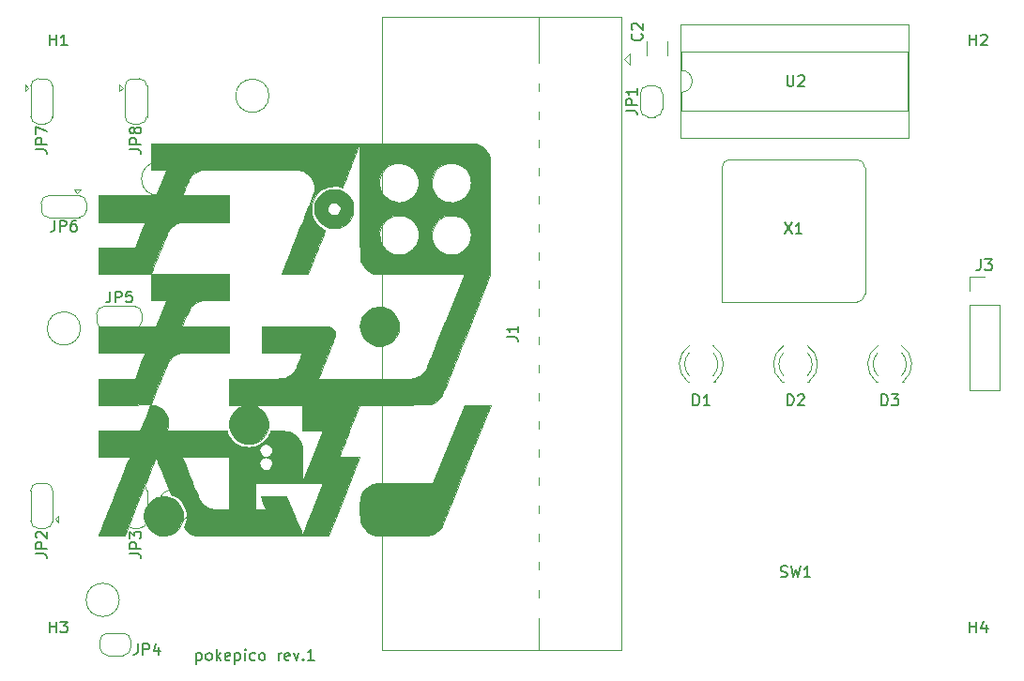
<source format=gto>
G04 #@! TF.GenerationSoftware,KiCad,Pcbnew,(5.1.2)-1*
G04 #@! TF.CreationDate,2019-07-19T10:40:57+09:00*
G04 #@! TF.ProjectId,Chip_da_Tunetaro,43686970-5f64-4615-9f54-756e65746172,rev?*
G04 #@! TF.SameCoordinates,Original*
G04 #@! TF.FileFunction,Legend,Top*
G04 #@! TF.FilePolarity,Positive*
%FSLAX46Y46*%
G04 Gerber Fmt 4.6, Leading zero omitted, Abs format (unit mm)*
G04 Created by KiCad (PCBNEW (5.1.2)-1) date 2019-07-19 10:40:57*
%MOMM*%
%LPD*%
G04 APERTURE LIST*
%ADD10C,0.150000*%
%ADD11C,0.010000*%
%ADD12C,0.120000*%
G04 APERTURE END LIST*
D10*
X105964285Y-128785714D02*
X105964285Y-129785714D01*
X105964285Y-128833333D02*
X106059523Y-128785714D01*
X106250000Y-128785714D01*
X106345238Y-128833333D01*
X106392857Y-128880952D01*
X106440476Y-128976190D01*
X106440476Y-129261904D01*
X106392857Y-129357142D01*
X106345238Y-129404761D01*
X106250000Y-129452380D01*
X106059523Y-129452380D01*
X105964285Y-129404761D01*
X107011904Y-129452380D02*
X106916666Y-129404761D01*
X106869047Y-129357142D01*
X106821428Y-129261904D01*
X106821428Y-128976190D01*
X106869047Y-128880952D01*
X106916666Y-128833333D01*
X107011904Y-128785714D01*
X107154761Y-128785714D01*
X107250000Y-128833333D01*
X107297619Y-128880952D01*
X107345238Y-128976190D01*
X107345238Y-129261904D01*
X107297619Y-129357142D01*
X107250000Y-129404761D01*
X107154761Y-129452380D01*
X107011904Y-129452380D01*
X107773809Y-129452380D02*
X107773809Y-128452380D01*
X107869047Y-129071428D02*
X108154761Y-129452380D01*
X108154761Y-128785714D02*
X107773809Y-129166666D01*
X108964285Y-129404761D02*
X108869047Y-129452380D01*
X108678571Y-129452380D01*
X108583333Y-129404761D01*
X108535714Y-129309523D01*
X108535714Y-128928571D01*
X108583333Y-128833333D01*
X108678571Y-128785714D01*
X108869047Y-128785714D01*
X108964285Y-128833333D01*
X109011904Y-128928571D01*
X109011904Y-129023809D01*
X108535714Y-129119047D01*
X109440476Y-128785714D02*
X109440476Y-129785714D01*
X109440476Y-128833333D02*
X109535714Y-128785714D01*
X109726190Y-128785714D01*
X109821428Y-128833333D01*
X109869047Y-128880952D01*
X109916666Y-128976190D01*
X109916666Y-129261904D01*
X109869047Y-129357142D01*
X109821428Y-129404761D01*
X109726190Y-129452380D01*
X109535714Y-129452380D01*
X109440476Y-129404761D01*
X110345238Y-129452380D02*
X110345238Y-128785714D01*
X110345238Y-128452380D02*
X110297619Y-128500000D01*
X110345238Y-128547619D01*
X110392857Y-128500000D01*
X110345238Y-128452380D01*
X110345238Y-128547619D01*
X111250000Y-129404761D02*
X111154761Y-129452380D01*
X110964285Y-129452380D01*
X110869047Y-129404761D01*
X110821428Y-129357142D01*
X110773809Y-129261904D01*
X110773809Y-128976190D01*
X110821428Y-128880952D01*
X110869047Y-128833333D01*
X110964285Y-128785714D01*
X111154761Y-128785714D01*
X111250000Y-128833333D01*
X111821428Y-129452380D02*
X111726190Y-129404761D01*
X111678571Y-129357142D01*
X111630952Y-129261904D01*
X111630952Y-128976190D01*
X111678571Y-128880952D01*
X111726190Y-128833333D01*
X111821428Y-128785714D01*
X111964285Y-128785714D01*
X112059523Y-128833333D01*
X112107142Y-128880952D01*
X112154761Y-128976190D01*
X112154761Y-129261904D01*
X112107142Y-129357142D01*
X112059523Y-129404761D01*
X111964285Y-129452380D01*
X111821428Y-129452380D01*
X113345238Y-129452380D02*
X113345238Y-128785714D01*
X113345238Y-128976190D02*
X113392857Y-128880952D01*
X113440476Y-128833333D01*
X113535714Y-128785714D01*
X113630952Y-128785714D01*
X114345238Y-129404761D02*
X114250000Y-129452380D01*
X114059523Y-129452380D01*
X113964285Y-129404761D01*
X113916666Y-129309523D01*
X113916666Y-128928571D01*
X113964285Y-128833333D01*
X114059523Y-128785714D01*
X114250000Y-128785714D01*
X114345238Y-128833333D01*
X114392857Y-128928571D01*
X114392857Y-129023809D01*
X113916666Y-129119047D01*
X114726190Y-128785714D02*
X114964285Y-129452380D01*
X115202380Y-128785714D01*
X115583333Y-129357142D02*
X115630952Y-129404761D01*
X115583333Y-129452380D01*
X115535714Y-129404761D01*
X115583333Y-129357142D01*
X115583333Y-129452380D01*
X116583333Y-129452380D02*
X116011904Y-129452380D01*
X116297619Y-129452380D02*
X116297619Y-128452380D01*
X116202380Y-128595238D01*
X116107142Y-128690476D01*
X116011904Y-128738095D01*
D11*
G36*
X116487343Y-82805848D02*
G01*
X131138645Y-82812604D01*
X131310625Y-82871434D01*
X131576853Y-82988297D01*
X131820050Y-83146383D01*
X132032780Y-83339430D01*
X132207613Y-83561175D01*
X132284237Y-83691774D01*
X132306370Y-83732907D01*
X132326720Y-83769203D01*
X132345363Y-83802917D01*
X132362372Y-83836306D01*
X132377823Y-83871624D01*
X132391789Y-83911126D01*
X132404347Y-83957070D01*
X132415569Y-84011709D01*
X132425531Y-84077300D01*
X132434308Y-84156098D01*
X132441974Y-84250358D01*
X132448604Y-84362337D01*
X132454271Y-84494289D01*
X132459052Y-84648471D01*
X132463020Y-84827137D01*
X132466251Y-85032543D01*
X132468818Y-85266945D01*
X132470797Y-85532598D01*
X132472261Y-85831758D01*
X132473287Y-86166680D01*
X132473947Y-86539619D01*
X132474318Y-86952832D01*
X132474473Y-87408574D01*
X132474487Y-87909100D01*
X132474435Y-88456666D01*
X132474391Y-89053528D01*
X132474400Y-89439825D01*
X132474791Y-94638295D01*
X130302095Y-100070898D01*
X130056695Y-100684407D01*
X129830089Y-101250709D01*
X129621478Y-101771754D01*
X129430059Y-102249492D01*
X129255035Y-102685870D01*
X129095603Y-103082839D01*
X128950963Y-103442347D01*
X128820316Y-103766343D01*
X128702861Y-104056777D01*
X128597798Y-104315597D01*
X128504326Y-104544753D01*
X128421645Y-104746194D01*
X128348955Y-104921868D01*
X128285455Y-105073725D01*
X128230345Y-105203714D01*
X128182825Y-105313783D01*
X128142094Y-105405883D01*
X128107352Y-105481962D01*
X128077800Y-105543969D01*
X128052635Y-105593853D01*
X128031059Y-105633563D01*
X128012270Y-105665049D01*
X127995469Y-105690259D01*
X127993606Y-105692875D01*
X127802765Y-105914253D01*
X127574356Y-106101068D01*
X127313971Y-106249367D01*
X127076091Y-106340835D01*
X127050518Y-106347638D01*
X127018271Y-106353762D01*
X126976439Y-106359259D01*
X126922113Y-106364182D01*
X126852381Y-106368583D01*
X126764333Y-106372514D01*
X126655059Y-106376026D01*
X126521648Y-106379173D01*
X126361190Y-106382007D01*
X126170774Y-106384579D01*
X125947489Y-106386942D01*
X125688425Y-106389148D01*
X125390671Y-106391250D01*
X125051317Y-106393299D01*
X124667452Y-106395347D01*
X124236167Y-106397448D01*
X123811065Y-106399399D01*
X120690360Y-106413437D01*
X119769352Y-108715312D01*
X119636215Y-109048160D01*
X119508539Y-109367541D01*
X119387715Y-109669966D01*
X119275134Y-109951948D01*
X119172185Y-110209999D01*
X119080258Y-110440630D01*
X119000744Y-110640355D01*
X118935032Y-110805686D01*
X118884512Y-110933134D01*
X118850575Y-111019211D01*
X118834611Y-111060430D01*
X118833642Y-111063153D01*
X118832583Y-111075315D01*
X118841307Y-111085203D01*
X118864816Y-111093104D01*
X118908110Y-111099305D01*
X118976190Y-111104092D01*
X119074055Y-111107751D01*
X119206708Y-111110570D01*
X119379147Y-111112834D01*
X119596375Y-111114830D01*
X119757244Y-111116070D01*
X120695549Y-111123020D01*
X119287958Y-114641979D01*
X117880367Y-118160937D01*
X111915339Y-118180302D01*
X111140734Y-118182696D01*
X110418912Y-118184677D01*
X109749738Y-118186244D01*
X109133082Y-118187398D01*
X108568808Y-118188138D01*
X108056786Y-118188464D01*
X107596882Y-118188376D01*
X107188963Y-118187874D01*
X106832897Y-118186957D01*
X106528550Y-118185626D01*
X106275790Y-118183880D01*
X106074484Y-118181719D01*
X105924499Y-118179143D01*
X105825702Y-118176152D01*
X105778333Y-118172805D01*
X105659762Y-118145536D01*
X105528014Y-118102272D01*
X105434375Y-118062823D01*
X105295008Y-117978788D01*
X105153926Y-117865128D01*
X105025499Y-117735626D01*
X104924097Y-117604067D01*
X104885147Y-117536020D01*
X104825585Y-117413811D01*
X104891852Y-117269064D01*
X104989206Y-116999186D01*
X105048355Y-116706255D01*
X105067950Y-116405133D01*
X105046645Y-116110686D01*
X105012417Y-115938437D01*
X104905715Y-115622576D01*
X104754010Y-115332687D01*
X104560166Y-115072178D01*
X104327044Y-114844458D01*
X104057508Y-114652935D01*
X103834108Y-114535519D01*
X103640784Y-114447418D01*
X102983152Y-112792586D01*
X102871524Y-112512162D01*
X102765476Y-112246672D01*
X102666638Y-112000136D01*
X102576636Y-111776571D01*
X102497101Y-111579995D01*
X102429659Y-111414426D01*
X102375940Y-111283884D01*
X102337572Y-111192386D01*
X102316183Y-111143950D01*
X102312291Y-111137113D01*
X102301123Y-111161162D01*
X102271493Y-111231629D01*
X102224508Y-111345767D01*
X102161275Y-111500827D01*
X102082899Y-111694063D01*
X101990488Y-111922727D01*
X101885147Y-112184071D01*
X101767983Y-112475348D01*
X101640102Y-112793809D01*
X101502610Y-113136708D01*
X101356615Y-113501296D01*
X101203222Y-113884826D01*
X101043538Y-114284551D01*
X100892943Y-114661934D01*
X99486824Y-118187395D01*
X98306641Y-118194282D01*
X98062467Y-118195432D01*
X97835355Y-118195968D01*
X97630609Y-118195918D01*
X97453533Y-118195308D01*
X97309429Y-118194164D01*
X97203603Y-118192511D01*
X97141356Y-118190378D01*
X97126458Y-118188450D01*
X97136092Y-118162826D01*
X97164257Y-118090838D01*
X97209850Y-117975260D01*
X97271766Y-117818868D01*
X97348903Y-117624435D01*
X97440156Y-117394738D01*
X97544422Y-117132549D01*
X97660596Y-116840645D01*
X97787575Y-116521799D01*
X97924255Y-116178787D01*
X98069533Y-115814383D01*
X98222303Y-115431362D01*
X98381464Y-115032498D01*
X98518561Y-114689063D01*
X98682478Y-114278423D01*
X98841093Y-113880892D01*
X98993286Y-113499279D01*
X99137941Y-113136394D01*
X99273939Y-112795049D01*
X99400162Y-112478052D01*
X99515493Y-112188215D01*
X99618812Y-111928349D01*
X99709004Y-111701262D01*
X99784949Y-111509766D01*
X99845529Y-111356671D01*
X99889628Y-111244787D01*
X99916126Y-111176925D01*
X99923938Y-111156093D01*
X99924474Y-111145921D01*
X99917012Y-111137354D01*
X99908916Y-111134419D01*
X104693541Y-111134419D01*
X104703208Y-111164948D01*
X104730977Y-111239890D01*
X104774999Y-111354647D01*
X104833429Y-111504620D01*
X104904417Y-111685210D01*
X104986117Y-111891819D01*
X105076680Y-112119847D01*
X105174259Y-112364696D01*
X105277007Y-112621766D01*
X105383075Y-112886460D01*
X105490617Y-113154179D01*
X105597784Y-113420323D01*
X105702729Y-113680294D01*
X105803605Y-113929494D01*
X105898563Y-114163322D01*
X105985756Y-114377182D01*
X106063336Y-114566473D01*
X106129457Y-114726598D01*
X106182269Y-114852956D01*
X106219926Y-114940951D01*
X106240580Y-114985982D01*
X106242034Y-114988638D01*
X106401244Y-115212861D01*
X106600909Y-115413042D01*
X106830552Y-115579500D01*
X106955729Y-115648235D01*
X107052872Y-115694603D01*
X107140603Y-115731574D01*
X107226606Y-115760223D01*
X107318562Y-115781624D01*
X107424156Y-115796854D01*
X107551070Y-115806987D01*
X107706987Y-115813098D01*
X107899589Y-115816264D01*
X108136561Y-115817558D01*
X108166197Y-115817633D01*
X108900416Y-115819375D01*
X108900416Y-114654377D01*
X111255208Y-114654377D01*
X111255208Y-115819375D01*
X112203200Y-115819375D01*
X111969583Y-115237291D01*
X111735966Y-114655208D01*
X114102536Y-114655208D01*
X114800683Y-116401605D01*
X114916019Y-116689184D01*
X115025934Y-116961448D01*
X115128831Y-117214549D01*
X115223110Y-117444638D01*
X115307172Y-117647865D01*
X115379418Y-117820383D01*
X115438248Y-117958343D01*
X115482064Y-118057896D01*
X115509267Y-118115193D01*
X115518001Y-118128011D01*
X115530376Y-118101078D01*
X115560961Y-118028420D01*
X115608370Y-117913467D01*
X115671213Y-117759648D01*
X115748105Y-117570392D01*
X115837657Y-117349130D01*
X115938482Y-117099289D01*
X116049194Y-116824300D01*
X116168403Y-116527591D01*
X116294725Y-116212593D01*
X116426769Y-115882734D01*
X116462685Y-115792916D01*
X117388198Y-113477812D01*
X114354776Y-113471001D01*
X113958139Y-113470219D01*
X113576068Y-113469677D01*
X113211920Y-113469370D01*
X112869050Y-113469290D01*
X112550816Y-113469431D01*
X112260573Y-113469788D01*
X112001679Y-113470353D01*
X111777489Y-113471121D01*
X111591360Y-113472084D01*
X111446649Y-113473238D01*
X111346712Y-113474575D01*
X111294906Y-113476088D01*
X111288281Y-113476785D01*
X111279996Y-113491080D01*
X111273114Y-113529620D01*
X111267527Y-113596191D01*
X111263130Y-113694582D01*
X111259815Y-113828581D01*
X111257478Y-114001975D01*
X111256011Y-114218553D01*
X111255308Y-114482103D01*
X111255208Y-114654377D01*
X108900416Y-114654377D01*
X108900416Y-111708173D01*
X111625883Y-111708173D01*
X111651046Y-111858226D01*
X111719770Y-112001608D01*
X111823032Y-112125721D01*
X111951808Y-112217968D01*
X112009270Y-112243428D01*
X112133802Y-112268019D01*
X112276899Y-112264459D01*
X112415691Y-112235280D01*
X112521898Y-112186685D01*
X112646627Y-112076714D01*
X112731240Y-111944684D01*
X112776971Y-111799152D01*
X112785057Y-111648673D01*
X112756731Y-111501804D01*
X112693232Y-111367102D01*
X112595793Y-111253122D01*
X112465650Y-111168422D01*
X112369968Y-111134592D01*
X112232738Y-111099421D01*
X112353481Y-111068764D01*
X112503011Y-111004891D01*
X112633791Y-110898597D01*
X112731289Y-110763751D01*
X112768897Y-110680048D01*
X112785044Y-110598321D01*
X112784647Y-110492584D01*
X112784162Y-110484206D01*
X112750786Y-110312690D01*
X112677652Y-110167306D01*
X112572272Y-110052052D01*
X112442159Y-109970926D01*
X112294825Y-109927926D01*
X112137784Y-109927050D01*
X111978549Y-109972295D01*
X111900041Y-110013719D01*
X111771477Y-110122243D01*
X111681329Y-110260405D01*
X111635012Y-110417823D01*
X111631212Y-110529100D01*
X111666864Y-110703845D01*
X111744514Y-110853422D01*
X111859004Y-110971374D01*
X112005181Y-111051241D01*
X112061935Y-111068764D01*
X112182677Y-111099421D01*
X112045448Y-111134592D01*
X111896104Y-111198726D01*
X111773876Y-111303198D01*
X111684741Y-111439838D01*
X111634679Y-111600472D01*
X111625883Y-111708173D01*
X108900416Y-111708173D01*
X108900416Y-111109791D01*
X106796979Y-111109791D01*
X106414453Y-111110096D01*
X106063769Y-111110992D01*
X105747361Y-111112451D01*
X105467661Y-111114444D01*
X105227103Y-111116942D01*
X105028120Y-111119917D01*
X104873146Y-111123341D01*
X104764615Y-111127186D01*
X104704958Y-111131421D01*
X104693541Y-111134419D01*
X99908916Y-111134419D01*
X99897429Y-111130255D01*
X99861600Y-111124487D01*
X99805401Y-111119913D01*
X99724707Y-111116395D01*
X99615395Y-111113796D01*
X99473340Y-111111980D01*
X99294418Y-111110808D01*
X99074504Y-111110145D01*
X98809474Y-111109852D01*
X98531835Y-111109791D01*
X97126458Y-111109791D01*
X97126458Y-108755352D01*
X99010216Y-108748561D01*
X100893975Y-108741770D01*
X101359624Y-107577604D01*
X101825273Y-106413437D01*
X101916541Y-106404661D01*
X102060072Y-106409072D01*
X102231810Y-106444329D01*
X102419383Y-106507317D01*
X102547748Y-106563481D01*
X102775748Y-106701161D01*
X102979917Y-106880421D01*
X103153599Y-107092788D01*
X103290139Y-107329792D01*
X103382882Y-107582960D01*
X103398000Y-107645727D01*
X103425569Y-107876827D01*
X103416314Y-108132164D01*
X103371642Y-108399386D01*
X103292957Y-108666143D01*
X103277019Y-108708697D01*
X103276152Y-108716173D01*
X103281651Y-108722800D01*
X103296495Y-108728629D01*
X103323659Y-108733711D01*
X103366119Y-108738097D01*
X103426852Y-108741838D01*
X103508835Y-108744985D01*
X103615043Y-108747589D01*
X103748453Y-108749701D01*
X103912041Y-108751372D01*
X104108784Y-108752653D01*
X104341659Y-108753594D01*
X104613640Y-108754247D01*
X104927706Y-108754663D01*
X105286832Y-108754892D01*
X105693995Y-108754987D01*
X105980958Y-108755000D01*
X108702787Y-108755000D01*
X108750976Y-108893906D01*
X108848450Y-109112198D01*
X108986521Y-109333068D01*
X109155118Y-109543841D01*
X109344166Y-109731842D01*
X109532256Y-109876963D01*
X109803645Y-110031780D01*
X110080906Y-110138196D01*
X110373730Y-110199068D01*
X110686354Y-110217286D01*
X110969964Y-110200105D01*
X111227499Y-110148697D01*
X111476333Y-110059039D01*
X111579296Y-110010580D01*
X111836401Y-109856664D01*
X112071633Y-109666014D01*
X112277676Y-109446671D01*
X112447215Y-109206674D01*
X112572936Y-108954063D01*
X112595273Y-108893906D01*
X112643462Y-108755000D01*
X113347394Y-108755000D01*
X113605273Y-108756291D01*
X113818050Y-108760938D01*
X113993494Y-108770097D01*
X114139374Y-108784927D01*
X114263461Y-108806586D01*
X114373522Y-108836230D01*
X114477326Y-108875019D01*
X114582644Y-108924110D01*
X114623723Y-108945206D01*
X114764968Y-109036096D01*
X114915589Y-109161480D01*
X115062421Y-109307977D01*
X115192299Y-109462207D01*
X115292059Y-109610787D01*
X115308639Y-109641354D01*
X115346226Y-109713861D01*
X115378527Y-109777652D01*
X115405977Y-109837204D01*
X115429008Y-109896994D01*
X115448055Y-109961501D01*
X115463551Y-110035203D01*
X115475930Y-110122576D01*
X115485627Y-110228100D01*
X115493074Y-110356252D01*
X115498705Y-110511510D01*
X115502955Y-110698351D01*
X115506257Y-110921254D01*
X115509045Y-111184696D01*
X115511753Y-111493156D01*
X115514034Y-111761601D01*
X115528229Y-113405599D01*
X116458255Y-111080299D01*
X117388282Y-108755000D01*
X115515000Y-108755000D01*
X115515000Y-106400208D01*
X113219739Y-106403811D01*
X112878107Y-106404472D01*
X112553333Y-106405345D01*
X112249076Y-106406404D01*
X111968994Y-106407627D01*
X111716744Y-106408989D01*
X111495987Y-106410465D01*
X111310379Y-106412032D01*
X111163579Y-106413667D01*
X111059247Y-106415343D01*
X111001039Y-106417038D01*
X110990625Y-106418487D01*
X111164354Y-106462543D01*
X111356153Y-106535940D01*
X111547204Y-106630076D01*
X111718691Y-106736350D01*
X111771145Y-106775244D01*
X111944746Y-106937016D01*
X112104361Y-107134566D01*
X112240430Y-107353128D01*
X112343391Y-107577939D01*
X112390927Y-107732299D01*
X112436261Y-108031120D01*
X112431818Y-108325847D01*
X112380363Y-108611306D01*
X112284665Y-108882322D01*
X112147489Y-109133721D01*
X111971603Y-109360328D01*
X111759774Y-109556970D01*
X111514768Y-109718471D01*
X111269846Y-109828898D01*
X110981606Y-109906273D01*
X110688822Y-109933234D01*
X110397725Y-109911174D01*
X110114545Y-109841489D01*
X109845511Y-109725571D01*
X109596856Y-109564815D01*
X109428822Y-109416998D01*
X109228206Y-109181820D01*
X109075950Y-108925192D01*
X108971817Y-108646593D01*
X108915568Y-108345501D01*
X108909774Y-108278750D01*
X108913735Y-107977803D01*
X108966547Y-107690558D01*
X109065026Y-107421073D01*
X109205992Y-107173407D01*
X109386265Y-106951617D01*
X109602662Y-106759763D01*
X109852003Y-106601901D01*
X110131106Y-106482091D01*
X110368854Y-106417367D01*
X110357304Y-106414469D01*
X110298845Y-106411648D01*
X110199484Y-106409024D01*
X110065226Y-106406717D01*
X109902080Y-106404845D01*
X109716051Y-106403528D01*
X109661093Y-106403277D01*
X108900416Y-106400208D01*
X108900416Y-104047531D01*
X111288281Y-104039079D01*
X111708433Y-104037650D01*
X112079221Y-104036361D01*
X112404193Y-104034975D01*
X112686901Y-104033253D01*
X112930894Y-104030957D01*
X113139723Y-104027849D01*
X113316938Y-104023689D01*
X113466088Y-104018240D01*
X113590725Y-104011264D01*
X113694399Y-104002523D01*
X113780658Y-103991777D01*
X113853055Y-103978789D01*
X113915139Y-103963320D01*
X113970459Y-103945132D01*
X114022568Y-103923988D01*
X114075013Y-103899647D01*
X114131347Y-103871873D01*
X114186692Y-103844531D01*
X114364689Y-103737795D01*
X114542794Y-103595868D01*
X114704235Y-103433712D01*
X114828757Y-103271694D01*
X114857440Y-103218814D01*
X114901187Y-103127127D01*
X114956889Y-103004082D01*
X115021438Y-102857128D01*
X115091727Y-102693713D01*
X115164645Y-102521286D01*
X115237086Y-102347295D01*
X115305941Y-102179190D01*
X115368102Y-102024420D01*
X115420460Y-101890432D01*
X115459908Y-101784675D01*
X115483336Y-101714599D01*
X115488541Y-101690575D01*
X115462186Y-101684750D01*
X115383520Y-101679630D01*
X115253148Y-101675226D01*
X115071671Y-101671545D01*
X114839692Y-101668596D01*
X114557814Y-101666389D01*
X114226638Y-101664931D01*
X113846768Y-101664232D01*
X113676145Y-101664166D01*
X111863750Y-101664166D01*
X111863750Y-99309375D01*
X114848739Y-99309375D01*
X115323175Y-99309336D01*
X115747650Y-99309322D01*
X116125121Y-99309486D01*
X116458542Y-99309982D01*
X116750870Y-99310963D01*
X117005060Y-99312582D01*
X117224069Y-99314992D01*
X117410852Y-99318348D01*
X117568364Y-99322802D01*
X117699563Y-99328507D01*
X117807403Y-99335617D01*
X117894840Y-99344286D01*
X117964830Y-99354666D01*
X118020329Y-99366912D01*
X118064293Y-99381176D01*
X118099677Y-99397611D01*
X118129437Y-99416371D01*
X118156530Y-99437610D01*
X118183910Y-99461481D01*
X118209349Y-99483725D01*
X118340624Y-99626757D01*
X118423369Y-99790472D01*
X118458575Y-99977055D01*
X118460023Y-100036979D01*
X118459150Y-100072652D01*
X118456360Y-100108685D01*
X118450347Y-100148642D01*
X118439804Y-100196084D01*
X118423426Y-100254575D01*
X118399906Y-100327676D01*
X118367939Y-100418951D01*
X118326218Y-100531961D01*
X118273437Y-100670269D01*
X118208290Y-100837438D01*
X118129472Y-101037030D01*
X118035675Y-101272608D01*
X117925594Y-101547734D01*
X117797923Y-101865970D01*
X117701003Y-102107293D01*
X117580564Y-102407453D01*
X117466032Y-102693545D01*
X117358921Y-102961749D01*
X117260745Y-103208246D01*
X117173015Y-103429217D01*
X117097246Y-103620842D01*
X117034949Y-103779303D01*
X116987638Y-103900780D01*
X116956826Y-103981453D01*
X116944026Y-104017503D01*
X116943750Y-104018908D01*
X116969639Y-104022322D01*
X117045031Y-104025501D01*
X117166514Y-104028447D01*
X117330673Y-104031159D01*
X117534096Y-104033637D01*
X117773371Y-104035882D01*
X118045083Y-104037894D01*
X118345821Y-104039673D01*
X118672170Y-104041220D01*
X119020718Y-104042533D01*
X119388052Y-104043615D01*
X119770758Y-104044464D01*
X120165424Y-104045082D01*
X120568637Y-104045468D01*
X120976984Y-104045622D01*
X121387051Y-104045545D01*
X121795426Y-104045237D01*
X122198696Y-104044698D01*
X122593447Y-104043928D01*
X122976266Y-104042927D01*
X123343741Y-104041697D01*
X123692458Y-104040236D01*
X124019005Y-104038545D01*
X124319968Y-104036625D01*
X124591934Y-104034474D01*
X124831491Y-104032095D01*
X125035225Y-104029487D01*
X125199723Y-104026649D01*
X125321572Y-104023583D01*
X125397359Y-104020288D01*
X125417920Y-104018415D01*
X125704394Y-103954139D01*
X125971046Y-103848953D01*
X126085104Y-103787005D01*
X126225153Y-103687886D01*
X126369989Y-103559353D01*
X126505468Y-103415958D01*
X126617445Y-103272253D01*
X126672414Y-103182787D01*
X126691069Y-103141646D01*
X126728256Y-103053993D01*
X126782905Y-102922468D01*
X126853950Y-102749712D01*
X126940320Y-102538365D01*
X127040949Y-102291070D01*
X127154768Y-102010465D01*
X127280708Y-101699193D01*
X127417702Y-101359894D01*
X127564680Y-100995208D01*
X127720576Y-100607776D01*
X127884320Y-100200240D01*
X128054844Y-99775239D01*
X128231080Y-99335415D01*
X128411959Y-98883409D01*
X128437357Y-98819895D01*
X130119416Y-94613020D01*
X126091427Y-94599763D01*
X125550799Y-94597962D01*
X125060525Y-94596263D01*
X124618043Y-94594629D01*
X124220788Y-94593020D01*
X123866200Y-94591399D01*
X123551714Y-94589726D01*
X123274769Y-94587964D01*
X123032801Y-94586075D01*
X122823248Y-94584019D01*
X122643548Y-94581758D01*
X122491137Y-94579255D01*
X122363452Y-94576470D01*
X122257932Y-94573365D01*
X122172013Y-94569903D01*
X122103133Y-94566044D01*
X122048729Y-94561750D01*
X122006238Y-94556982D01*
X121973098Y-94551703D01*
X121946746Y-94545874D01*
X121924619Y-94539457D01*
X121917960Y-94537255D01*
X121629947Y-94414108D01*
X121372802Y-94251683D01*
X121150255Y-94053583D01*
X120966034Y-93823406D01*
X120823869Y-93564755D01*
X120771084Y-93429862D01*
X120714062Y-93263645D01*
X120708488Y-91067453D01*
X122474546Y-91067453D01*
X122490340Y-91308788D01*
X122532421Y-91534233D01*
X122562258Y-91632362D01*
X122688292Y-91914173D01*
X122853977Y-92163721D01*
X123055108Y-92378001D01*
X123287477Y-92554004D01*
X123546880Y-92688725D01*
X123829111Y-92779156D01*
X124129963Y-92822291D01*
X124231330Y-92825626D01*
X124367197Y-92821114D01*
X124508054Y-92807816D01*
X124627025Y-92788389D01*
X124641434Y-92785084D01*
X124929200Y-92688900D01*
X125193420Y-92545384D01*
X125433363Y-92354949D01*
X125477434Y-92312210D01*
X125678714Y-92080511D01*
X125829685Y-91836704D01*
X125932494Y-91575651D01*
X125989286Y-91292216D01*
X125998967Y-91124489D01*
X127182434Y-91124489D01*
X127213058Y-91392178D01*
X127283526Y-91651715D01*
X127392427Y-91898146D01*
X127538346Y-92126520D01*
X127719871Y-92331883D01*
X127935589Y-92509282D01*
X128184086Y-92653766D01*
X128463949Y-92760381D01*
X128514572Y-92774391D01*
X128707643Y-92809459D01*
X128925228Y-92823792D01*
X129143678Y-92817064D01*
X129339343Y-92788949D01*
X129352708Y-92785907D01*
X129620135Y-92697532D01*
X129873706Y-92564409D01*
X130105757Y-92393020D01*
X130308624Y-92189848D01*
X130474644Y-91961375D01*
X130584348Y-91744112D01*
X130652835Y-91538001D01*
X130699746Y-91317779D01*
X130721576Y-91103938D01*
X130719072Y-90956335D01*
X130699273Y-90780812D01*
X130669003Y-90631164D01*
X130622366Y-90486155D01*
X130553465Y-90324551D01*
X130529580Y-90273854D01*
X130377095Y-90014604D01*
X130184731Y-89789301D01*
X129954885Y-89600060D01*
X129689950Y-89448995D01*
X129514573Y-89377359D01*
X129412272Y-89342711D01*
X129327344Y-89319688D01*
X129243750Y-89305998D01*
X129145450Y-89299348D01*
X129016406Y-89297446D01*
X128955833Y-89297491D01*
X128804760Y-89299449D01*
X128690229Y-89305770D01*
X128595911Y-89318599D01*
X128505478Y-89340080D01*
X128413437Y-89368742D01*
X128154521Y-89474926D01*
X127927609Y-89613739D01*
X127718214Y-89794389D01*
X127676456Y-89837089D01*
X127486656Y-90071254D01*
X127343767Y-90322029D01*
X127246376Y-90584461D01*
X127193070Y-90853599D01*
X127182434Y-91124489D01*
X125998967Y-91124489D01*
X126003014Y-91054375D01*
X125980009Y-90748810D01*
X125908354Y-90463833D01*
X125787682Y-90198557D01*
X125617624Y-89952095D01*
X125485463Y-89806585D01*
X125253269Y-89610211D01*
X124997205Y-89459004D01*
X124722783Y-89354309D01*
X124435512Y-89297474D01*
X124140903Y-89289842D01*
X123844468Y-89332761D01*
X123703854Y-89371487D01*
X123449402Y-89473165D01*
X123224330Y-89609101D01*
X123015437Y-89787636D01*
X122966873Y-89837089D01*
X122774945Y-90071931D01*
X122629839Y-90326940D01*
X122526777Y-90610554D01*
X122524794Y-90617732D01*
X122485782Y-90830383D01*
X122474546Y-91067453D01*
X120708488Y-91067453D01*
X120700833Y-88051354D01*
X120696725Y-86432549D01*
X122463055Y-86432549D01*
X122473319Y-86541476D01*
X122535405Y-86836805D01*
X122641011Y-87108909D01*
X122785527Y-87354797D01*
X122964346Y-87571475D01*
X123172857Y-87755950D01*
X123406452Y-87905228D01*
X123660522Y-88016318D01*
X123930458Y-88086225D01*
X124211651Y-88111956D01*
X124499491Y-88090520D01*
X124762187Y-88027860D01*
X125038418Y-87913349D01*
X125286761Y-87758315D01*
X125503855Y-87567922D01*
X125686336Y-87347333D01*
X125830843Y-87101712D01*
X125934013Y-86836220D01*
X125992484Y-86556023D01*
X125997129Y-86426715D01*
X127184406Y-86426715D01*
X127221156Y-86711266D01*
X127306080Y-86992414D01*
X127370421Y-87136368D01*
X127525497Y-87389513D01*
X127717696Y-87609281D01*
X127941233Y-87792846D01*
X128190319Y-87937383D01*
X128459168Y-88040067D01*
X128741992Y-88098071D01*
X129033005Y-88108572D01*
X129294292Y-88075656D01*
X129568965Y-87995021D01*
X129829905Y-87871389D01*
X130066994Y-87710951D01*
X130270118Y-87519899D01*
X130340063Y-87435678D01*
X130507663Y-87180497D01*
X130624477Y-86915093D01*
X130692439Y-86633819D01*
X130713517Y-86344791D01*
X130694142Y-86046951D01*
X130633607Y-85778234D01*
X130528888Y-85531304D01*
X130376963Y-85298824D01*
X130200057Y-85098589D01*
X129979659Y-84904156D01*
X129748782Y-84757577D01*
X129498519Y-84653809D01*
X129337638Y-84610510D01*
X129109422Y-84578691D01*
X128861499Y-84576487D01*
X128615005Y-84602731D01*
X128391071Y-84656256D01*
X128367974Y-84664020D01*
X128096342Y-84784928D01*
X127855770Y-84944848D01*
X127648398Y-85138478D01*
X127476365Y-85360517D01*
X127341810Y-85605662D01*
X127246872Y-85868611D01*
X127193691Y-86144063D01*
X127184406Y-86426715D01*
X125997129Y-86426715D01*
X126002894Y-86266282D01*
X125991717Y-86139739D01*
X125934172Y-85846922D01*
X125837448Y-85585147D01*
X125697284Y-85345695D01*
X125509419Y-85119846D01*
X125477214Y-85086956D01*
X125244397Y-84887292D01*
X124993185Y-84737062D01*
X124721916Y-84635579D01*
X124428925Y-84582155D01*
X124233020Y-84572865D01*
X123925535Y-84596450D01*
X123640815Y-84667663D01*
X123377198Y-84787191D01*
X123133020Y-84955720D01*
X122988827Y-85086956D01*
X122789559Y-85321472D01*
X122635610Y-85578195D01*
X122528717Y-85852218D01*
X122470619Y-86138638D01*
X122463055Y-86432549D01*
X120696725Y-86432549D01*
X120687604Y-82839062D01*
X119910664Y-84783750D01*
X119788649Y-85088801D01*
X119672020Y-85379699D01*
X119562300Y-85652689D01*
X119461010Y-85904014D01*
X119369674Y-86129919D01*
X119289813Y-86326649D01*
X119222950Y-86490447D01*
X119170608Y-86617557D01*
X119134308Y-86704225D01*
X119115572Y-86746694D01*
X119113530Y-86750342D01*
X119080162Y-86753734D01*
X119011122Y-86742206D01*
X118920719Y-86718234D01*
X118911511Y-86715391D01*
X118637062Y-86655641D01*
X118344343Y-86639789D01*
X118043878Y-86667336D01*
X117746189Y-86737779D01*
X117634836Y-86776122D01*
X117411738Y-86873712D01*
X117213966Y-86992140D01*
X117025424Y-87142116D01*
X116890833Y-87271079D01*
X116681212Y-87519884D01*
X116515137Y-87796681D01*
X116399191Y-88077812D01*
X116341918Y-88308865D01*
X116313030Y-88566264D01*
X116313213Y-88831267D01*
X116343153Y-89085131D01*
X116359522Y-89162604D01*
X116460361Y-89476291D01*
X116606262Y-89765777D01*
X116793876Y-90026719D01*
X117019855Y-90254772D01*
X117280850Y-90445594D01*
X117401658Y-90514409D01*
X117486909Y-90563644D01*
X117546663Y-90606870D01*
X117570756Y-90636514D01*
X117570421Y-90640094D01*
X117558913Y-90668906D01*
X117529246Y-90743091D01*
X117482921Y-90858897D01*
X117421441Y-91012568D01*
X117346308Y-91200350D01*
X117259024Y-91418490D01*
X117161092Y-91663232D01*
X117054013Y-91930823D01*
X116939290Y-92217508D01*
X116818424Y-92519533D01*
X116772112Y-92635260D01*
X115985920Y-94599791D01*
X114808103Y-94599791D01*
X114527573Y-94599693D01*
X114295465Y-94599278D01*
X114107282Y-94598368D01*
X113958529Y-94596785D01*
X113844711Y-94594350D01*
X113761332Y-94590884D01*
X113703897Y-94586208D01*
X113667910Y-94580144D01*
X113648877Y-94572512D01*
X113642301Y-94563136D01*
X113643196Y-94553489D01*
X113654371Y-94523931D01*
X113684114Y-94448023D01*
X113731321Y-94328538D01*
X113794886Y-94168249D01*
X113873703Y-93969930D01*
X113966666Y-93736355D01*
X114072672Y-93470296D01*
X114190613Y-93174526D01*
X114319385Y-92851819D01*
X114457882Y-92504949D01*
X114604999Y-92136688D01*
X114759631Y-91749810D01*
X114920671Y-91347088D01*
X115086269Y-90933157D01*
X115288915Y-90426556D01*
X115472711Y-89966576D01*
X115638572Y-89550752D01*
X115787410Y-89176619D01*
X115920142Y-88841712D01*
X116037679Y-88543564D01*
X116140937Y-88279711D01*
X116230830Y-88047687D01*
X116308272Y-87845026D01*
X116374177Y-87669263D01*
X116429459Y-87517932D01*
X116475032Y-87388568D01*
X116511810Y-87278706D01*
X116540708Y-87185880D01*
X116562639Y-87107624D01*
X116578517Y-87041473D01*
X116589257Y-86984962D01*
X116595773Y-86935624D01*
X116598979Y-86890996D01*
X116599791Y-86850942D01*
X116575990Y-86600887D01*
X116508116Y-86344725D01*
X116401467Y-86095396D01*
X116261340Y-85865844D01*
X116132508Y-85709166D01*
X115948158Y-85533786D01*
X115759715Y-85398612D01*
X115550338Y-85292488D01*
X115436793Y-85248356D01*
X115210729Y-85167395D01*
X110937708Y-85159984D01*
X110364774Y-85158950D01*
X109842247Y-85157986D01*
X109367618Y-85157185D01*
X108938378Y-85156641D01*
X108552018Y-85156445D01*
X108206027Y-85156691D01*
X107897897Y-85157472D01*
X107625118Y-85158880D01*
X107385182Y-85161008D01*
X107175578Y-85163949D01*
X106993797Y-85167795D01*
X106837330Y-85172641D01*
X106703669Y-85178577D01*
X106590302Y-85185698D01*
X106494722Y-85194095D01*
X106414418Y-85203863D01*
X106346881Y-85215093D01*
X106289603Y-85227878D01*
X106240073Y-85242311D01*
X106195783Y-85258485D01*
X106154223Y-85276493D01*
X106112883Y-85296428D01*
X106069255Y-85318382D01*
X106022218Y-85341771D01*
X105811327Y-85467121D01*
X105611828Y-85627855D01*
X105439565Y-85810094D01*
X105353325Y-85927889D01*
X105326791Y-85977258D01*
X105284798Y-86065683D01*
X105230461Y-86185756D01*
X105166898Y-86330072D01*
X105097226Y-86491224D01*
X105024561Y-86661805D01*
X104952021Y-86834408D01*
X104882721Y-87001626D01*
X104819780Y-87156053D01*
X104766313Y-87290282D01*
X104725438Y-87396907D01*
X104700271Y-87468520D01*
X104693541Y-87495779D01*
X104719339Y-87497830D01*
X104794094Y-87499784D01*
X104913844Y-87501616D01*
X105074630Y-87503300D01*
X105272491Y-87504812D01*
X105503467Y-87506128D01*
X105763597Y-87507222D01*
X106048922Y-87508071D01*
X106355479Y-87508650D01*
X106679311Y-87508933D01*
X106810208Y-87508958D01*
X108926875Y-87508958D01*
X108926875Y-89890208D01*
X106780954Y-89890208D01*
X106380286Y-89890181D01*
X106028771Y-89890269D01*
X105722647Y-89890725D01*
X105458151Y-89891802D01*
X105231518Y-89893755D01*
X105038988Y-89896836D01*
X104876795Y-89901299D01*
X104741178Y-89907398D01*
X104628373Y-89915385D01*
X104534618Y-89925514D01*
X104456149Y-89938039D01*
X104389203Y-89953213D01*
X104330017Y-89971289D01*
X104274829Y-89992521D01*
X104219875Y-90017162D01*
X104161392Y-90045466D01*
X104111458Y-90069978D01*
X103955692Y-90163552D01*
X103793798Y-90290870D01*
X103639411Y-90438796D01*
X103506167Y-90594197D01*
X103407703Y-90743939D01*
X103403483Y-90751910D01*
X103384373Y-90794062D01*
X103348137Y-90879373D01*
X103296622Y-91003246D01*
X103231677Y-91161085D01*
X103155147Y-91348291D01*
X103068880Y-91560270D01*
X102974724Y-91792422D01*
X102874525Y-92040152D01*
X102770131Y-92298862D01*
X102663388Y-92563956D01*
X102556145Y-92830835D01*
X102450247Y-93094905D01*
X102347543Y-93351566D01*
X102249879Y-93596223D01*
X102159103Y-93824278D01*
X102077062Y-94031134D01*
X102005602Y-94212195D01*
X101946572Y-94362863D01*
X101901818Y-94478541D01*
X101873188Y-94554633D01*
X101862528Y-94586541D01*
X101862500Y-94586913D01*
X101888446Y-94588476D01*
X101964237Y-94589984D01*
X102086803Y-94591426D01*
X102253070Y-94592792D01*
X102459967Y-94594070D01*
X102704424Y-94595249D01*
X102983368Y-94596317D01*
X103293728Y-94597263D01*
X103632433Y-94598076D01*
X103996410Y-94598746D01*
X104382589Y-94599260D01*
X104787897Y-94599607D01*
X105209264Y-94599776D01*
X105381458Y-94599791D01*
X108900416Y-94599791D01*
X108900416Y-96951676D01*
X107676718Y-96960241D01*
X106453020Y-96968807D01*
X106239279Y-97040787D01*
X105989262Y-97148103D01*
X105750733Y-97294070D01*
X105597494Y-97416804D01*
X105521111Y-97491823D01*
X105449929Y-97576166D01*
X105380749Y-97675715D01*
X105310371Y-97796355D01*
X105235598Y-97943970D01*
X105153229Y-98124445D01*
X105060066Y-98343663D01*
X104960565Y-98588385D01*
X104671731Y-99309374D01*
X106786074Y-99309375D01*
X108900416Y-99309375D01*
X108900416Y-101661578D01*
X106750677Y-101671044D01*
X106352234Y-101672762D01*
X106002952Y-101674354D01*
X105699079Y-101676081D01*
X105436860Y-101678204D01*
X105212542Y-101680985D01*
X105022371Y-101684685D01*
X104862593Y-101689566D01*
X104729456Y-101695887D01*
X104619205Y-101703912D01*
X104528086Y-101713901D01*
X104452347Y-101726115D01*
X104388233Y-101740816D01*
X104331991Y-101758264D01*
X104279867Y-101778722D01*
X104228107Y-101802451D01*
X104172959Y-101829711D01*
X104124687Y-101853837D01*
X103908210Y-101983201D01*
X103708501Y-102144781D01*
X103537055Y-102327696D01*
X103405370Y-102521066D01*
X103390618Y-102548629D01*
X103371964Y-102590199D01*
X103335361Y-102676847D01*
X103282466Y-102804500D01*
X103214936Y-102969086D01*
X103134426Y-103166531D01*
X103042594Y-103392763D01*
X102941096Y-103643710D01*
X102831588Y-103915297D01*
X102715727Y-104203453D01*
X102595170Y-104504105D01*
X102588138Y-104521666D01*
X101841295Y-106386979D01*
X99470647Y-106393735D01*
X97100000Y-106400491D01*
X97100000Y-104045814D01*
X98758822Y-104039000D01*
X100417645Y-104032187D01*
X100885682Y-102862779D01*
X100979277Y-102627887D01*
X101066030Y-102408150D01*
X101144090Y-102208404D01*
X101211602Y-102033485D01*
X101266717Y-101888229D01*
X101307580Y-101777473D01*
X101332341Y-101706053D01*
X101339148Y-101678805D01*
X101339116Y-101678768D01*
X101310996Y-101676484D01*
X101233975Y-101674309D01*
X101112064Y-101672272D01*
X100949278Y-101670400D01*
X100749632Y-101668721D01*
X100517139Y-101667262D01*
X100255813Y-101666051D01*
X99969668Y-101665117D01*
X99662718Y-101664486D01*
X99338976Y-101664187D01*
X99225486Y-101664166D01*
X97126458Y-101664166D01*
X97126458Y-99309375D01*
X102306937Y-99309375D01*
X102772635Y-98145179D01*
X102866298Y-97910761D01*
X102953667Y-97691573D01*
X103032825Y-97492464D01*
X103101853Y-97318281D01*
X103158836Y-97173872D01*
X103201855Y-97064083D01*
X103228992Y-96993763D01*
X103238333Y-96967784D01*
X103213022Y-96964274D01*
X103141675Y-96961116D01*
X103031174Y-96958438D01*
X102888401Y-96956370D01*
X102720235Y-96955042D01*
X102537187Y-96954583D01*
X101836041Y-96954583D01*
X101836041Y-94599791D01*
X97100000Y-94599791D01*
X97100000Y-92245000D01*
X98761810Y-92244999D01*
X100423621Y-92244999D01*
X100881416Y-91100677D01*
X100974727Y-90867426D01*
X101062207Y-90648741D01*
X101141854Y-90449628D01*
X101211664Y-90275092D01*
X101269637Y-90130140D01*
X101313769Y-90019778D01*
X101342059Y-89949011D01*
X101352332Y-89923281D01*
X101345140Y-89917068D01*
X101316399Y-89911634D01*
X101263237Y-89906934D01*
X101182781Y-89902922D01*
X101072159Y-89899554D01*
X100928498Y-89896785D01*
X100748925Y-89894569D01*
X100530570Y-89892861D01*
X100270558Y-89891616D01*
X99966018Y-89890789D01*
X99614077Y-89890335D01*
X99245955Y-89890208D01*
X97126458Y-89890208D01*
X97126458Y-87509217D01*
X102322808Y-87495729D01*
X102779341Y-86358020D01*
X102872355Y-86125595D01*
X102959058Y-85907721D01*
X103037490Y-85709412D01*
X103105693Y-85535680D01*
X103161705Y-85391538D01*
X103203568Y-85281997D01*
X103229321Y-85212071D01*
X103237104Y-85187239D01*
X103225955Y-85176830D01*
X103188492Y-85168691D01*
X103119989Y-85162600D01*
X103015716Y-85158332D01*
X102870946Y-85155664D01*
X102680951Y-85154373D01*
X102537187Y-85154166D01*
X101836041Y-85154166D01*
X101836041Y-82799093D01*
X116487343Y-82805848D01*
X116487343Y-82805848D01*
G37*
X116487343Y-82805848D02*
X131138645Y-82812604D01*
X131310625Y-82871434D01*
X131576853Y-82988297D01*
X131820050Y-83146383D01*
X132032780Y-83339430D01*
X132207613Y-83561175D01*
X132284237Y-83691774D01*
X132306370Y-83732907D01*
X132326720Y-83769203D01*
X132345363Y-83802917D01*
X132362372Y-83836306D01*
X132377823Y-83871624D01*
X132391789Y-83911126D01*
X132404347Y-83957070D01*
X132415569Y-84011709D01*
X132425531Y-84077300D01*
X132434308Y-84156098D01*
X132441974Y-84250358D01*
X132448604Y-84362337D01*
X132454271Y-84494289D01*
X132459052Y-84648471D01*
X132463020Y-84827137D01*
X132466251Y-85032543D01*
X132468818Y-85266945D01*
X132470797Y-85532598D01*
X132472261Y-85831758D01*
X132473287Y-86166680D01*
X132473947Y-86539619D01*
X132474318Y-86952832D01*
X132474473Y-87408574D01*
X132474487Y-87909100D01*
X132474435Y-88456666D01*
X132474391Y-89053528D01*
X132474400Y-89439825D01*
X132474791Y-94638295D01*
X130302095Y-100070898D01*
X130056695Y-100684407D01*
X129830089Y-101250709D01*
X129621478Y-101771754D01*
X129430059Y-102249492D01*
X129255035Y-102685870D01*
X129095603Y-103082839D01*
X128950963Y-103442347D01*
X128820316Y-103766343D01*
X128702861Y-104056777D01*
X128597798Y-104315597D01*
X128504326Y-104544753D01*
X128421645Y-104746194D01*
X128348955Y-104921868D01*
X128285455Y-105073725D01*
X128230345Y-105203714D01*
X128182825Y-105313783D01*
X128142094Y-105405883D01*
X128107352Y-105481962D01*
X128077800Y-105543969D01*
X128052635Y-105593853D01*
X128031059Y-105633563D01*
X128012270Y-105665049D01*
X127995469Y-105690259D01*
X127993606Y-105692875D01*
X127802765Y-105914253D01*
X127574356Y-106101068D01*
X127313971Y-106249367D01*
X127076091Y-106340835D01*
X127050518Y-106347638D01*
X127018271Y-106353762D01*
X126976439Y-106359259D01*
X126922113Y-106364182D01*
X126852381Y-106368583D01*
X126764333Y-106372514D01*
X126655059Y-106376026D01*
X126521648Y-106379173D01*
X126361190Y-106382007D01*
X126170774Y-106384579D01*
X125947489Y-106386942D01*
X125688425Y-106389148D01*
X125390671Y-106391250D01*
X125051317Y-106393299D01*
X124667452Y-106395347D01*
X124236167Y-106397448D01*
X123811065Y-106399399D01*
X120690360Y-106413437D01*
X119769352Y-108715312D01*
X119636215Y-109048160D01*
X119508539Y-109367541D01*
X119387715Y-109669966D01*
X119275134Y-109951948D01*
X119172185Y-110209999D01*
X119080258Y-110440630D01*
X119000744Y-110640355D01*
X118935032Y-110805686D01*
X118884512Y-110933134D01*
X118850575Y-111019211D01*
X118834611Y-111060430D01*
X118833642Y-111063153D01*
X118832583Y-111075315D01*
X118841307Y-111085203D01*
X118864816Y-111093104D01*
X118908110Y-111099305D01*
X118976190Y-111104092D01*
X119074055Y-111107751D01*
X119206708Y-111110570D01*
X119379147Y-111112834D01*
X119596375Y-111114830D01*
X119757244Y-111116070D01*
X120695549Y-111123020D01*
X119287958Y-114641979D01*
X117880367Y-118160937D01*
X111915339Y-118180302D01*
X111140734Y-118182696D01*
X110418912Y-118184677D01*
X109749738Y-118186244D01*
X109133082Y-118187398D01*
X108568808Y-118188138D01*
X108056786Y-118188464D01*
X107596882Y-118188376D01*
X107188963Y-118187874D01*
X106832897Y-118186957D01*
X106528550Y-118185626D01*
X106275790Y-118183880D01*
X106074484Y-118181719D01*
X105924499Y-118179143D01*
X105825702Y-118176152D01*
X105778333Y-118172805D01*
X105659762Y-118145536D01*
X105528014Y-118102272D01*
X105434375Y-118062823D01*
X105295008Y-117978788D01*
X105153926Y-117865128D01*
X105025499Y-117735626D01*
X104924097Y-117604067D01*
X104885147Y-117536020D01*
X104825585Y-117413811D01*
X104891852Y-117269064D01*
X104989206Y-116999186D01*
X105048355Y-116706255D01*
X105067950Y-116405133D01*
X105046645Y-116110686D01*
X105012417Y-115938437D01*
X104905715Y-115622576D01*
X104754010Y-115332687D01*
X104560166Y-115072178D01*
X104327044Y-114844458D01*
X104057508Y-114652935D01*
X103834108Y-114535519D01*
X103640784Y-114447418D01*
X102983152Y-112792586D01*
X102871524Y-112512162D01*
X102765476Y-112246672D01*
X102666638Y-112000136D01*
X102576636Y-111776571D01*
X102497101Y-111579995D01*
X102429659Y-111414426D01*
X102375940Y-111283884D01*
X102337572Y-111192386D01*
X102316183Y-111143950D01*
X102312291Y-111137113D01*
X102301123Y-111161162D01*
X102271493Y-111231629D01*
X102224508Y-111345767D01*
X102161275Y-111500827D01*
X102082899Y-111694063D01*
X101990488Y-111922727D01*
X101885147Y-112184071D01*
X101767983Y-112475348D01*
X101640102Y-112793809D01*
X101502610Y-113136708D01*
X101356615Y-113501296D01*
X101203222Y-113884826D01*
X101043538Y-114284551D01*
X100892943Y-114661934D01*
X99486824Y-118187395D01*
X98306641Y-118194282D01*
X98062467Y-118195432D01*
X97835355Y-118195968D01*
X97630609Y-118195918D01*
X97453533Y-118195308D01*
X97309429Y-118194164D01*
X97203603Y-118192511D01*
X97141356Y-118190378D01*
X97126458Y-118188450D01*
X97136092Y-118162826D01*
X97164257Y-118090838D01*
X97209850Y-117975260D01*
X97271766Y-117818868D01*
X97348903Y-117624435D01*
X97440156Y-117394738D01*
X97544422Y-117132549D01*
X97660596Y-116840645D01*
X97787575Y-116521799D01*
X97924255Y-116178787D01*
X98069533Y-115814383D01*
X98222303Y-115431362D01*
X98381464Y-115032498D01*
X98518561Y-114689063D01*
X98682478Y-114278423D01*
X98841093Y-113880892D01*
X98993286Y-113499279D01*
X99137941Y-113136394D01*
X99273939Y-112795049D01*
X99400162Y-112478052D01*
X99515493Y-112188215D01*
X99618812Y-111928349D01*
X99709004Y-111701262D01*
X99784949Y-111509766D01*
X99845529Y-111356671D01*
X99889628Y-111244787D01*
X99916126Y-111176925D01*
X99923938Y-111156093D01*
X99924474Y-111145921D01*
X99917012Y-111137354D01*
X99908916Y-111134419D01*
X104693541Y-111134419D01*
X104703208Y-111164948D01*
X104730977Y-111239890D01*
X104774999Y-111354647D01*
X104833429Y-111504620D01*
X104904417Y-111685210D01*
X104986117Y-111891819D01*
X105076680Y-112119847D01*
X105174259Y-112364696D01*
X105277007Y-112621766D01*
X105383075Y-112886460D01*
X105490617Y-113154179D01*
X105597784Y-113420323D01*
X105702729Y-113680294D01*
X105803605Y-113929494D01*
X105898563Y-114163322D01*
X105985756Y-114377182D01*
X106063336Y-114566473D01*
X106129457Y-114726598D01*
X106182269Y-114852956D01*
X106219926Y-114940951D01*
X106240580Y-114985982D01*
X106242034Y-114988638D01*
X106401244Y-115212861D01*
X106600909Y-115413042D01*
X106830552Y-115579500D01*
X106955729Y-115648235D01*
X107052872Y-115694603D01*
X107140603Y-115731574D01*
X107226606Y-115760223D01*
X107318562Y-115781624D01*
X107424156Y-115796854D01*
X107551070Y-115806987D01*
X107706987Y-115813098D01*
X107899589Y-115816264D01*
X108136561Y-115817558D01*
X108166197Y-115817633D01*
X108900416Y-115819375D01*
X108900416Y-114654377D01*
X111255208Y-114654377D01*
X111255208Y-115819375D01*
X112203200Y-115819375D01*
X111969583Y-115237291D01*
X111735966Y-114655208D01*
X114102536Y-114655208D01*
X114800683Y-116401605D01*
X114916019Y-116689184D01*
X115025934Y-116961448D01*
X115128831Y-117214549D01*
X115223110Y-117444638D01*
X115307172Y-117647865D01*
X115379418Y-117820383D01*
X115438248Y-117958343D01*
X115482064Y-118057896D01*
X115509267Y-118115193D01*
X115518001Y-118128011D01*
X115530376Y-118101078D01*
X115560961Y-118028420D01*
X115608370Y-117913467D01*
X115671213Y-117759648D01*
X115748105Y-117570392D01*
X115837657Y-117349130D01*
X115938482Y-117099289D01*
X116049194Y-116824300D01*
X116168403Y-116527591D01*
X116294725Y-116212593D01*
X116426769Y-115882734D01*
X116462685Y-115792916D01*
X117388198Y-113477812D01*
X114354776Y-113471001D01*
X113958139Y-113470219D01*
X113576068Y-113469677D01*
X113211920Y-113469370D01*
X112869050Y-113469290D01*
X112550816Y-113469431D01*
X112260573Y-113469788D01*
X112001679Y-113470353D01*
X111777489Y-113471121D01*
X111591360Y-113472084D01*
X111446649Y-113473238D01*
X111346712Y-113474575D01*
X111294906Y-113476088D01*
X111288281Y-113476785D01*
X111279996Y-113491080D01*
X111273114Y-113529620D01*
X111267527Y-113596191D01*
X111263130Y-113694582D01*
X111259815Y-113828581D01*
X111257478Y-114001975D01*
X111256011Y-114218553D01*
X111255308Y-114482103D01*
X111255208Y-114654377D01*
X108900416Y-114654377D01*
X108900416Y-111708173D01*
X111625883Y-111708173D01*
X111651046Y-111858226D01*
X111719770Y-112001608D01*
X111823032Y-112125721D01*
X111951808Y-112217968D01*
X112009270Y-112243428D01*
X112133802Y-112268019D01*
X112276899Y-112264459D01*
X112415691Y-112235280D01*
X112521898Y-112186685D01*
X112646627Y-112076714D01*
X112731240Y-111944684D01*
X112776971Y-111799152D01*
X112785057Y-111648673D01*
X112756731Y-111501804D01*
X112693232Y-111367102D01*
X112595793Y-111253122D01*
X112465650Y-111168422D01*
X112369968Y-111134592D01*
X112232738Y-111099421D01*
X112353481Y-111068764D01*
X112503011Y-111004891D01*
X112633791Y-110898597D01*
X112731289Y-110763751D01*
X112768897Y-110680048D01*
X112785044Y-110598321D01*
X112784647Y-110492584D01*
X112784162Y-110484206D01*
X112750786Y-110312690D01*
X112677652Y-110167306D01*
X112572272Y-110052052D01*
X112442159Y-109970926D01*
X112294825Y-109927926D01*
X112137784Y-109927050D01*
X111978549Y-109972295D01*
X111900041Y-110013719D01*
X111771477Y-110122243D01*
X111681329Y-110260405D01*
X111635012Y-110417823D01*
X111631212Y-110529100D01*
X111666864Y-110703845D01*
X111744514Y-110853422D01*
X111859004Y-110971374D01*
X112005181Y-111051241D01*
X112061935Y-111068764D01*
X112182677Y-111099421D01*
X112045448Y-111134592D01*
X111896104Y-111198726D01*
X111773876Y-111303198D01*
X111684741Y-111439838D01*
X111634679Y-111600472D01*
X111625883Y-111708173D01*
X108900416Y-111708173D01*
X108900416Y-111109791D01*
X106796979Y-111109791D01*
X106414453Y-111110096D01*
X106063769Y-111110992D01*
X105747361Y-111112451D01*
X105467661Y-111114444D01*
X105227103Y-111116942D01*
X105028120Y-111119917D01*
X104873146Y-111123341D01*
X104764615Y-111127186D01*
X104704958Y-111131421D01*
X104693541Y-111134419D01*
X99908916Y-111134419D01*
X99897429Y-111130255D01*
X99861600Y-111124487D01*
X99805401Y-111119913D01*
X99724707Y-111116395D01*
X99615395Y-111113796D01*
X99473340Y-111111980D01*
X99294418Y-111110808D01*
X99074504Y-111110145D01*
X98809474Y-111109852D01*
X98531835Y-111109791D01*
X97126458Y-111109791D01*
X97126458Y-108755352D01*
X99010216Y-108748561D01*
X100893975Y-108741770D01*
X101359624Y-107577604D01*
X101825273Y-106413437D01*
X101916541Y-106404661D01*
X102060072Y-106409072D01*
X102231810Y-106444329D01*
X102419383Y-106507317D01*
X102547748Y-106563481D01*
X102775748Y-106701161D01*
X102979917Y-106880421D01*
X103153599Y-107092788D01*
X103290139Y-107329792D01*
X103382882Y-107582960D01*
X103398000Y-107645727D01*
X103425569Y-107876827D01*
X103416314Y-108132164D01*
X103371642Y-108399386D01*
X103292957Y-108666143D01*
X103277019Y-108708697D01*
X103276152Y-108716173D01*
X103281651Y-108722800D01*
X103296495Y-108728629D01*
X103323659Y-108733711D01*
X103366119Y-108738097D01*
X103426852Y-108741838D01*
X103508835Y-108744985D01*
X103615043Y-108747589D01*
X103748453Y-108749701D01*
X103912041Y-108751372D01*
X104108784Y-108752653D01*
X104341659Y-108753594D01*
X104613640Y-108754247D01*
X104927706Y-108754663D01*
X105286832Y-108754892D01*
X105693995Y-108754987D01*
X105980958Y-108755000D01*
X108702787Y-108755000D01*
X108750976Y-108893906D01*
X108848450Y-109112198D01*
X108986521Y-109333068D01*
X109155118Y-109543841D01*
X109344166Y-109731842D01*
X109532256Y-109876963D01*
X109803645Y-110031780D01*
X110080906Y-110138196D01*
X110373730Y-110199068D01*
X110686354Y-110217286D01*
X110969964Y-110200105D01*
X111227499Y-110148697D01*
X111476333Y-110059039D01*
X111579296Y-110010580D01*
X111836401Y-109856664D01*
X112071633Y-109666014D01*
X112277676Y-109446671D01*
X112447215Y-109206674D01*
X112572936Y-108954063D01*
X112595273Y-108893906D01*
X112643462Y-108755000D01*
X113347394Y-108755000D01*
X113605273Y-108756291D01*
X113818050Y-108760938D01*
X113993494Y-108770097D01*
X114139374Y-108784927D01*
X114263461Y-108806586D01*
X114373522Y-108836230D01*
X114477326Y-108875019D01*
X114582644Y-108924110D01*
X114623723Y-108945206D01*
X114764968Y-109036096D01*
X114915589Y-109161480D01*
X115062421Y-109307977D01*
X115192299Y-109462207D01*
X115292059Y-109610787D01*
X115308639Y-109641354D01*
X115346226Y-109713861D01*
X115378527Y-109777652D01*
X115405977Y-109837204D01*
X115429008Y-109896994D01*
X115448055Y-109961501D01*
X115463551Y-110035203D01*
X115475930Y-110122576D01*
X115485627Y-110228100D01*
X115493074Y-110356252D01*
X115498705Y-110511510D01*
X115502955Y-110698351D01*
X115506257Y-110921254D01*
X115509045Y-111184696D01*
X115511753Y-111493156D01*
X115514034Y-111761601D01*
X115528229Y-113405599D01*
X116458255Y-111080299D01*
X117388282Y-108755000D01*
X115515000Y-108755000D01*
X115515000Y-106400208D01*
X113219739Y-106403811D01*
X112878107Y-106404472D01*
X112553333Y-106405345D01*
X112249076Y-106406404D01*
X111968994Y-106407627D01*
X111716744Y-106408989D01*
X111495987Y-106410465D01*
X111310379Y-106412032D01*
X111163579Y-106413667D01*
X111059247Y-106415343D01*
X111001039Y-106417038D01*
X110990625Y-106418487D01*
X111164354Y-106462543D01*
X111356153Y-106535940D01*
X111547204Y-106630076D01*
X111718691Y-106736350D01*
X111771145Y-106775244D01*
X111944746Y-106937016D01*
X112104361Y-107134566D01*
X112240430Y-107353128D01*
X112343391Y-107577939D01*
X112390927Y-107732299D01*
X112436261Y-108031120D01*
X112431818Y-108325847D01*
X112380363Y-108611306D01*
X112284665Y-108882322D01*
X112147489Y-109133721D01*
X111971603Y-109360328D01*
X111759774Y-109556970D01*
X111514768Y-109718471D01*
X111269846Y-109828898D01*
X110981606Y-109906273D01*
X110688822Y-109933234D01*
X110397725Y-109911174D01*
X110114545Y-109841489D01*
X109845511Y-109725571D01*
X109596856Y-109564815D01*
X109428822Y-109416998D01*
X109228206Y-109181820D01*
X109075950Y-108925192D01*
X108971817Y-108646593D01*
X108915568Y-108345501D01*
X108909774Y-108278750D01*
X108913735Y-107977803D01*
X108966547Y-107690558D01*
X109065026Y-107421073D01*
X109205992Y-107173407D01*
X109386265Y-106951617D01*
X109602662Y-106759763D01*
X109852003Y-106601901D01*
X110131106Y-106482091D01*
X110368854Y-106417367D01*
X110357304Y-106414469D01*
X110298845Y-106411648D01*
X110199484Y-106409024D01*
X110065226Y-106406717D01*
X109902080Y-106404845D01*
X109716051Y-106403528D01*
X109661093Y-106403277D01*
X108900416Y-106400208D01*
X108900416Y-104047531D01*
X111288281Y-104039079D01*
X111708433Y-104037650D01*
X112079221Y-104036361D01*
X112404193Y-104034975D01*
X112686901Y-104033253D01*
X112930894Y-104030957D01*
X113139723Y-104027849D01*
X113316938Y-104023689D01*
X113466088Y-104018240D01*
X113590725Y-104011264D01*
X113694399Y-104002523D01*
X113780658Y-103991777D01*
X113853055Y-103978789D01*
X113915139Y-103963320D01*
X113970459Y-103945132D01*
X114022568Y-103923988D01*
X114075013Y-103899647D01*
X114131347Y-103871873D01*
X114186692Y-103844531D01*
X114364689Y-103737795D01*
X114542794Y-103595868D01*
X114704235Y-103433712D01*
X114828757Y-103271694D01*
X114857440Y-103218814D01*
X114901187Y-103127127D01*
X114956889Y-103004082D01*
X115021438Y-102857128D01*
X115091727Y-102693713D01*
X115164645Y-102521286D01*
X115237086Y-102347295D01*
X115305941Y-102179190D01*
X115368102Y-102024420D01*
X115420460Y-101890432D01*
X115459908Y-101784675D01*
X115483336Y-101714599D01*
X115488541Y-101690575D01*
X115462186Y-101684750D01*
X115383520Y-101679630D01*
X115253148Y-101675226D01*
X115071671Y-101671545D01*
X114839692Y-101668596D01*
X114557814Y-101666389D01*
X114226638Y-101664931D01*
X113846768Y-101664232D01*
X113676145Y-101664166D01*
X111863750Y-101664166D01*
X111863750Y-99309375D01*
X114848739Y-99309375D01*
X115323175Y-99309336D01*
X115747650Y-99309322D01*
X116125121Y-99309486D01*
X116458542Y-99309982D01*
X116750870Y-99310963D01*
X117005060Y-99312582D01*
X117224069Y-99314992D01*
X117410852Y-99318348D01*
X117568364Y-99322802D01*
X117699563Y-99328507D01*
X117807403Y-99335617D01*
X117894840Y-99344286D01*
X117964830Y-99354666D01*
X118020329Y-99366912D01*
X118064293Y-99381176D01*
X118099677Y-99397611D01*
X118129437Y-99416371D01*
X118156530Y-99437610D01*
X118183910Y-99461481D01*
X118209349Y-99483725D01*
X118340624Y-99626757D01*
X118423369Y-99790472D01*
X118458575Y-99977055D01*
X118460023Y-100036979D01*
X118459150Y-100072652D01*
X118456360Y-100108685D01*
X118450347Y-100148642D01*
X118439804Y-100196084D01*
X118423426Y-100254575D01*
X118399906Y-100327676D01*
X118367939Y-100418951D01*
X118326218Y-100531961D01*
X118273437Y-100670269D01*
X118208290Y-100837438D01*
X118129472Y-101037030D01*
X118035675Y-101272608D01*
X117925594Y-101547734D01*
X117797923Y-101865970D01*
X117701003Y-102107293D01*
X117580564Y-102407453D01*
X117466032Y-102693545D01*
X117358921Y-102961749D01*
X117260745Y-103208246D01*
X117173015Y-103429217D01*
X117097246Y-103620842D01*
X117034949Y-103779303D01*
X116987638Y-103900780D01*
X116956826Y-103981453D01*
X116944026Y-104017503D01*
X116943750Y-104018908D01*
X116969639Y-104022322D01*
X117045031Y-104025501D01*
X117166514Y-104028447D01*
X117330673Y-104031159D01*
X117534096Y-104033637D01*
X117773371Y-104035882D01*
X118045083Y-104037894D01*
X118345821Y-104039673D01*
X118672170Y-104041220D01*
X119020718Y-104042533D01*
X119388052Y-104043615D01*
X119770758Y-104044464D01*
X120165424Y-104045082D01*
X120568637Y-104045468D01*
X120976984Y-104045622D01*
X121387051Y-104045545D01*
X121795426Y-104045237D01*
X122198696Y-104044698D01*
X122593447Y-104043928D01*
X122976266Y-104042927D01*
X123343741Y-104041697D01*
X123692458Y-104040236D01*
X124019005Y-104038545D01*
X124319968Y-104036625D01*
X124591934Y-104034474D01*
X124831491Y-104032095D01*
X125035225Y-104029487D01*
X125199723Y-104026649D01*
X125321572Y-104023583D01*
X125397359Y-104020288D01*
X125417920Y-104018415D01*
X125704394Y-103954139D01*
X125971046Y-103848953D01*
X126085104Y-103787005D01*
X126225153Y-103687886D01*
X126369989Y-103559353D01*
X126505468Y-103415958D01*
X126617445Y-103272253D01*
X126672414Y-103182787D01*
X126691069Y-103141646D01*
X126728256Y-103053993D01*
X126782905Y-102922468D01*
X126853950Y-102749712D01*
X126940320Y-102538365D01*
X127040949Y-102291070D01*
X127154768Y-102010465D01*
X127280708Y-101699193D01*
X127417702Y-101359894D01*
X127564680Y-100995208D01*
X127720576Y-100607776D01*
X127884320Y-100200240D01*
X128054844Y-99775239D01*
X128231080Y-99335415D01*
X128411959Y-98883409D01*
X128437357Y-98819895D01*
X130119416Y-94613020D01*
X126091427Y-94599763D01*
X125550799Y-94597962D01*
X125060525Y-94596263D01*
X124618043Y-94594629D01*
X124220788Y-94593020D01*
X123866200Y-94591399D01*
X123551714Y-94589726D01*
X123274769Y-94587964D01*
X123032801Y-94586075D01*
X122823248Y-94584019D01*
X122643548Y-94581758D01*
X122491137Y-94579255D01*
X122363452Y-94576470D01*
X122257932Y-94573365D01*
X122172013Y-94569903D01*
X122103133Y-94566044D01*
X122048729Y-94561750D01*
X122006238Y-94556982D01*
X121973098Y-94551703D01*
X121946746Y-94545874D01*
X121924619Y-94539457D01*
X121917960Y-94537255D01*
X121629947Y-94414108D01*
X121372802Y-94251683D01*
X121150255Y-94053583D01*
X120966034Y-93823406D01*
X120823869Y-93564755D01*
X120771084Y-93429862D01*
X120714062Y-93263645D01*
X120708488Y-91067453D01*
X122474546Y-91067453D01*
X122490340Y-91308788D01*
X122532421Y-91534233D01*
X122562258Y-91632362D01*
X122688292Y-91914173D01*
X122853977Y-92163721D01*
X123055108Y-92378001D01*
X123287477Y-92554004D01*
X123546880Y-92688725D01*
X123829111Y-92779156D01*
X124129963Y-92822291D01*
X124231330Y-92825626D01*
X124367197Y-92821114D01*
X124508054Y-92807816D01*
X124627025Y-92788389D01*
X124641434Y-92785084D01*
X124929200Y-92688900D01*
X125193420Y-92545384D01*
X125433363Y-92354949D01*
X125477434Y-92312210D01*
X125678714Y-92080511D01*
X125829685Y-91836704D01*
X125932494Y-91575651D01*
X125989286Y-91292216D01*
X125998967Y-91124489D01*
X127182434Y-91124489D01*
X127213058Y-91392178D01*
X127283526Y-91651715D01*
X127392427Y-91898146D01*
X127538346Y-92126520D01*
X127719871Y-92331883D01*
X127935589Y-92509282D01*
X128184086Y-92653766D01*
X128463949Y-92760381D01*
X128514572Y-92774391D01*
X128707643Y-92809459D01*
X128925228Y-92823792D01*
X129143678Y-92817064D01*
X129339343Y-92788949D01*
X129352708Y-92785907D01*
X129620135Y-92697532D01*
X129873706Y-92564409D01*
X130105757Y-92393020D01*
X130308624Y-92189848D01*
X130474644Y-91961375D01*
X130584348Y-91744112D01*
X130652835Y-91538001D01*
X130699746Y-91317779D01*
X130721576Y-91103938D01*
X130719072Y-90956335D01*
X130699273Y-90780812D01*
X130669003Y-90631164D01*
X130622366Y-90486155D01*
X130553465Y-90324551D01*
X130529580Y-90273854D01*
X130377095Y-90014604D01*
X130184731Y-89789301D01*
X129954885Y-89600060D01*
X129689950Y-89448995D01*
X129514573Y-89377359D01*
X129412272Y-89342711D01*
X129327344Y-89319688D01*
X129243750Y-89305998D01*
X129145450Y-89299348D01*
X129016406Y-89297446D01*
X128955833Y-89297491D01*
X128804760Y-89299449D01*
X128690229Y-89305770D01*
X128595911Y-89318599D01*
X128505478Y-89340080D01*
X128413437Y-89368742D01*
X128154521Y-89474926D01*
X127927609Y-89613739D01*
X127718214Y-89794389D01*
X127676456Y-89837089D01*
X127486656Y-90071254D01*
X127343767Y-90322029D01*
X127246376Y-90584461D01*
X127193070Y-90853599D01*
X127182434Y-91124489D01*
X125998967Y-91124489D01*
X126003014Y-91054375D01*
X125980009Y-90748810D01*
X125908354Y-90463833D01*
X125787682Y-90198557D01*
X125617624Y-89952095D01*
X125485463Y-89806585D01*
X125253269Y-89610211D01*
X124997205Y-89459004D01*
X124722783Y-89354309D01*
X124435512Y-89297474D01*
X124140903Y-89289842D01*
X123844468Y-89332761D01*
X123703854Y-89371487D01*
X123449402Y-89473165D01*
X123224330Y-89609101D01*
X123015437Y-89787636D01*
X122966873Y-89837089D01*
X122774945Y-90071931D01*
X122629839Y-90326940D01*
X122526777Y-90610554D01*
X122524794Y-90617732D01*
X122485782Y-90830383D01*
X122474546Y-91067453D01*
X120708488Y-91067453D01*
X120700833Y-88051354D01*
X120696725Y-86432549D01*
X122463055Y-86432549D01*
X122473319Y-86541476D01*
X122535405Y-86836805D01*
X122641011Y-87108909D01*
X122785527Y-87354797D01*
X122964346Y-87571475D01*
X123172857Y-87755950D01*
X123406452Y-87905228D01*
X123660522Y-88016318D01*
X123930458Y-88086225D01*
X124211651Y-88111956D01*
X124499491Y-88090520D01*
X124762187Y-88027860D01*
X125038418Y-87913349D01*
X125286761Y-87758315D01*
X125503855Y-87567922D01*
X125686336Y-87347333D01*
X125830843Y-87101712D01*
X125934013Y-86836220D01*
X125992484Y-86556023D01*
X125997129Y-86426715D01*
X127184406Y-86426715D01*
X127221156Y-86711266D01*
X127306080Y-86992414D01*
X127370421Y-87136368D01*
X127525497Y-87389513D01*
X127717696Y-87609281D01*
X127941233Y-87792846D01*
X128190319Y-87937383D01*
X128459168Y-88040067D01*
X128741992Y-88098071D01*
X129033005Y-88108572D01*
X129294292Y-88075656D01*
X129568965Y-87995021D01*
X129829905Y-87871389D01*
X130066994Y-87710951D01*
X130270118Y-87519899D01*
X130340063Y-87435678D01*
X130507663Y-87180497D01*
X130624477Y-86915093D01*
X130692439Y-86633819D01*
X130713517Y-86344791D01*
X130694142Y-86046951D01*
X130633607Y-85778234D01*
X130528888Y-85531304D01*
X130376963Y-85298824D01*
X130200057Y-85098589D01*
X129979659Y-84904156D01*
X129748782Y-84757577D01*
X129498519Y-84653809D01*
X129337638Y-84610510D01*
X129109422Y-84578691D01*
X128861499Y-84576487D01*
X128615005Y-84602731D01*
X128391071Y-84656256D01*
X128367974Y-84664020D01*
X128096342Y-84784928D01*
X127855770Y-84944848D01*
X127648398Y-85138478D01*
X127476365Y-85360517D01*
X127341810Y-85605662D01*
X127246872Y-85868611D01*
X127193691Y-86144063D01*
X127184406Y-86426715D01*
X125997129Y-86426715D01*
X126002894Y-86266282D01*
X125991717Y-86139739D01*
X125934172Y-85846922D01*
X125837448Y-85585147D01*
X125697284Y-85345695D01*
X125509419Y-85119846D01*
X125477214Y-85086956D01*
X125244397Y-84887292D01*
X124993185Y-84737062D01*
X124721916Y-84635579D01*
X124428925Y-84582155D01*
X124233020Y-84572865D01*
X123925535Y-84596450D01*
X123640815Y-84667663D01*
X123377198Y-84787191D01*
X123133020Y-84955720D01*
X122988827Y-85086956D01*
X122789559Y-85321472D01*
X122635610Y-85578195D01*
X122528717Y-85852218D01*
X122470619Y-86138638D01*
X122463055Y-86432549D01*
X120696725Y-86432549D01*
X120687604Y-82839062D01*
X119910664Y-84783750D01*
X119788649Y-85088801D01*
X119672020Y-85379699D01*
X119562300Y-85652689D01*
X119461010Y-85904014D01*
X119369674Y-86129919D01*
X119289813Y-86326649D01*
X119222950Y-86490447D01*
X119170608Y-86617557D01*
X119134308Y-86704225D01*
X119115572Y-86746694D01*
X119113530Y-86750342D01*
X119080162Y-86753734D01*
X119011122Y-86742206D01*
X118920719Y-86718234D01*
X118911511Y-86715391D01*
X118637062Y-86655641D01*
X118344343Y-86639789D01*
X118043878Y-86667336D01*
X117746189Y-86737779D01*
X117634836Y-86776122D01*
X117411738Y-86873712D01*
X117213966Y-86992140D01*
X117025424Y-87142116D01*
X116890833Y-87271079D01*
X116681212Y-87519884D01*
X116515137Y-87796681D01*
X116399191Y-88077812D01*
X116341918Y-88308865D01*
X116313030Y-88566264D01*
X116313213Y-88831267D01*
X116343153Y-89085131D01*
X116359522Y-89162604D01*
X116460361Y-89476291D01*
X116606262Y-89765777D01*
X116793876Y-90026719D01*
X117019855Y-90254772D01*
X117280850Y-90445594D01*
X117401658Y-90514409D01*
X117486909Y-90563644D01*
X117546663Y-90606870D01*
X117570756Y-90636514D01*
X117570421Y-90640094D01*
X117558913Y-90668906D01*
X117529246Y-90743091D01*
X117482921Y-90858897D01*
X117421441Y-91012568D01*
X117346308Y-91200350D01*
X117259024Y-91418490D01*
X117161092Y-91663232D01*
X117054013Y-91930823D01*
X116939290Y-92217508D01*
X116818424Y-92519533D01*
X116772112Y-92635260D01*
X115985920Y-94599791D01*
X114808103Y-94599791D01*
X114527573Y-94599693D01*
X114295465Y-94599278D01*
X114107282Y-94598368D01*
X113958529Y-94596785D01*
X113844711Y-94594350D01*
X113761332Y-94590884D01*
X113703897Y-94586208D01*
X113667910Y-94580144D01*
X113648877Y-94572512D01*
X113642301Y-94563136D01*
X113643196Y-94553489D01*
X113654371Y-94523931D01*
X113684114Y-94448023D01*
X113731321Y-94328538D01*
X113794886Y-94168249D01*
X113873703Y-93969930D01*
X113966666Y-93736355D01*
X114072672Y-93470296D01*
X114190613Y-93174526D01*
X114319385Y-92851819D01*
X114457882Y-92504949D01*
X114604999Y-92136688D01*
X114759631Y-91749810D01*
X114920671Y-91347088D01*
X115086269Y-90933157D01*
X115288915Y-90426556D01*
X115472711Y-89966576D01*
X115638572Y-89550752D01*
X115787410Y-89176619D01*
X115920142Y-88841712D01*
X116037679Y-88543564D01*
X116140937Y-88279711D01*
X116230830Y-88047687D01*
X116308272Y-87845026D01*
X116374177Y-87669263D01*
X116429459Y-87517932D01*
X116475032Y-87388568D01*
X116511810Y-87278706D01*
X116540708Y-87185880D01*
X116562639Y-87107624D01*
X116578517Y-87041473D01*
X116589257Y-86984962D01*
X116595773Y-86935624D01*
X116598979Y-86890996D01*
X116599791Y-86850942D01*
X116575990Y-86600887D01*
X116508116Y-86344725D01*
X116401467Y-86095396D01*
X116261340Y-85865844D01*
X116132508Y-85709166D01*
X115948158Y-85533786D01*
X115759715Y-85398612D01*
X115550338Y-85292488D01*
X115436793Y-85248356D01*
X115210729Y-85167395D01*
X110937708Y-85159984D01*
X110364774Y-85158950D01*
X109842247Y-85157986D01*
X109367618Y-85157185D01*
X108938378Y-85156641D01*
X108552018Y-85156445D01*
X108206027Y-85156691D01*
X107897897Y-85157472D01*
X107625118Y-85158880D01*
X107385182Y-85161008D01*
X107175578Y-85163949D01*
X106993797Y-85167795D01*
X106837330Y-85172641D01*
X106703669Y-85178577D01*
X106590302Y-85185698D01*
X106494722Y-85194095D01*
X106414418Y-85203863D01*
X106346881Y-85215093D01*
X106289603Y-85227878D01*
X106240073Y-85242311D01*
X106195783Y-85258485D01*
X106154223Y-85276493D01*
X106112883Y-85296428D01*
X106069255Y-85318382D01*
X106022218Y-85341771D01*
X105811327Y-85467121D01*
X105611828Y-85627855D01*
X105439565Y-85810094D01*
X105353325Y-85927889D01*
X105326791Y-85977258D01*
X105284798Y-86065683D01*
X105230461Y-86185756D01*
X105166898Y-86330072D01*
X105097226Y-86491224D01*
X105024561Y-86661805D01*
X104952021Y-86834408D01*
X104882721Y-87001626D01*
X104819780Y-87156053D01*
X104766313Y-87290282D01*
X104725438Y-87396907D01*
X104700271Y-87468520D01*
X104693541Y-87495779D01*
X104719339Y-87497830D01*
X104794094Y-87499784D01*
X104913844Y-87501616D01*
X105074630Y-87503300D01*
X105272491Y-87504812D01*
X105503467Y-87506128D01*
X105763597Y-87507222D01*
X106048922Y-87508071D01*
X106355479Y-87508650D01*
X106679311Y-87508933D01*
X106810208Y-87508958D01*
X108926875Y-87508958D01*
X108926875Y-89890208D01*
X106780954Y-89890208D01*
X106380286Y-89890181D01*
X106028771Y-89890269D01*
X105722647Y-89890725D01*
X105458151Y-89891802D01*
X105231518Y-89893755D01*
X105038988Y-89896836D01*
X104876795Y-89901299D01*
X104741178Y-89907398D01*
X104628373Y-89915385D01*
X104534618Y-89925514D01*
X104456149Y-89938039D01*
X104389203Y-89953213D01*
X104330017Y-89971289D01*
X104274829Y-89992521D01*
X104219875Y-90017162D01*
X104161392Y-90045466D01*
X104111458Y-90069978D01*
X103955692Y-90163552D01*
X103793798Y-90290870D01*
X103639411Y-90438796D01*
X103506167Y-90594197D01*
X103407703Y-90743939D01*
X103403483Y-90751910D01*
X103384373Y-90794062D01*
X103348137Y-90879373D01*
X103296622Y-91003246D01*
X103231677Y-91161085D01*
X103155147Y-91348291D01*
X103068880Y-91560270D01*
X102974724Y-91792422D01*
X102874525Y-92040152D01*
X102770131Y-92298862D01*
X102663388Y-92563956D01*
X102556145Y-92830835D01*
X102450247Y-93094905D01*
X102347543Y-93351566D01*
X102249879Y-93596223D01*
X102159103Y-93824278D01*
X102077062Y-94031134D01*
X102005602Y-94212195D01*
X101946572Y-94362863D01*
X101901818Y-94478541D01*
X101873188Y-94554633D01*
X101862528Y-94586541D01*
X101862500Y-94586913D01*
X101888446Y-94588476D01*
X101964237Y-94589984D01*
X102086803Y-94591426D01*
X102253070Y-94592792D01*
X102459967Y-94594070D01*
X102704424Y-94595249D01*
X102983368Y-94596317D01*
X103293728Y-94597263D01*
X103632433Y-94598076D01*
X103996410Y-94598746D01*
X104382589Y-94599260D01*
X104787897Y-94599607D01*
X105209264Y-94599776D01*
X105381458Y-94599791D01*
X108900416Y-94599791D01*
X108900416Y-96951676D01*
X107676718Y-96960241D01*
X106453020Y-96968807D01*
X106239279Y-97040787D01*
X105989262Y-97148103D01*
X105750733Y-97294070D01*
X105597494Y-97416804D01*
X105521111Y-97491823D01*
X105449929Y-97576166D01*
X105380749Y-97675715D01*
X105310371Y-97796355D01*
X105235598Y-97943970D01*
X105153229Y-98124445D01*
X105060066Y-98343663D01*
X104960565Y-98588385D01*
X104671731Y-99309374D01*
X106786074Y-99309375D01*
X108900416Y-99309375D01*
X108900416Y-101661578D01*
X106750677Y-101671044D01*
X106352234Y-101672762D01*
X106002952Y-101674354D01*
X105699079Y-101676081D01*
X105436860Y-101678204D01*
X105212542Y-101680985D01*
X105022371Y-101684685D01*
X104862593Y-101689566D01*
X104729456Y-101695887D01*
X104619205Y-101703912D01*
X104528086Y-101713901D01*
X104452347Y-101726115D01*
X104388233Y-101740816D01*
X104331991Y-101758264D01*
X104279867Y-101778722D01*
X104228107Y-101802451D01*
X104172959Y-101829711D01*
X104124687Y-101853837D01*
X103908210Y-101983201D01*
X103708501Y-102144781D01*
X103537055Y-102327696D01*
X103405370Y-102521066D01*
X103390618Y-102548629D01*
X103371964Y-102590199D01*
X103335361Y-102676847D01*
X103282466Y-102804500D01*
X103214936Y-102969086D01*
X103134426Y-103166531D01*
X103042594Y-103392763D01*
X102941096Y-103643710D01*
X102831588Y-103915297D01*
X102715727Y-104203453D01*
X102595170Y-104504105D01*
X102588138Y-104521666D01*
X101841295Y-106386979D01*
X99470647Y-106393735D01*
X97100000Y-106400491D01*
X97100000Y-104045814D01*
X98758822Y-104039000D01*
X100417645Y-104032187D01*
X100885682Y-102862779D01*
X100979277Y-102627887D01*
X101066030Y-102408150D01*
X101144090Y-102208404D01*
X101211602Y-102033485D01*
X101266717Y-101888229D01*
X101307580Y-101777473D01*
X101332341Y-101706053D01*
X101339148Y-101678805D01*
X101339116Y-101678768D01*
X101310996Y-101676484D01*
X101233975Y-101674309D01*
X101112064Y-101672272D01*
X100949278Y-101670400D01*
X100749632Y-101668721D01*
X100517139Y-101667262D01*
X100255813Y-101666051D01*
X99969668Y-101665117D01*
X99662718Y-101664486D01*
X99338976Y-101664187D01*
X99225486Y-101664166D01*
X97126458Y-101664166D01*
X97126458Y-99309375D01*
X102306937Y-99309375D01*
X102772635Y-98145179D01*
X102866298Y-97910761D01*
X102953667Y-97691573D01*
X103032825Y-97492464D01*
X103101853Y-97318281D01*
X103158836Y-97173872D01*
X103201855Y-97064083D01*
X103228992Y-96993763D01*
X103238333Y-96967784D01*
X103213022Y-96964274D01*
X103141675Y-96961116D01*
X103031174Y-96958438D01*
X102888401Y-96956370D01*
X102720235Y-96955042D01*
X102537187Y-96954583D01*
X101836041Y-96954583D01*
X101836041Y-94599791D01*
X97100000Y-94599791D01*
X97100000Y-92245000D01*
X98761810Y-92244999D01*
X100423621Y-92244999D01*
X100881416Y-91100677D01*
X100974727Y-90867426D01*
X101062207Y-90648741D01*
X101141854Y-90449628D01*
X101211664Y-90275092D01*
X101269637Y-90130140D01*
X101313769Y-90019778D01*
X101342059Y-89949011D01*
X101352332Y-89923281D01*
X101345140Y-89917068D01*
X101316399Y-89911634D01*
X101263237Y-89906934D01*
X101182781Y-89902922D01*
X101072159Y-89899554D01*
X100928498Y-89896785D01*
X100748925Y-89894569D01*
X100530570Y-89892861D01*
X100270558Y-89891616D01*
X99966018Y-89890789D01*
X99614077Y-89890335D01*
X99245955Y-89890208D01*
X97126458Y-89890208D01*
X97126458Y-87509217D01*
X102322808Y-87495729D01*
X102779341Y-86358020D01*
X102872355Y-86125595D01*
X102959058Y-85907721D01*
X103037490Y-85709412D01*
X103105693Y-85535680D01*
X103161705Y-85391538D01*
X103203568Y-85281997D01*
X103229321Y-85212071D01*
X103237104Y-85187239D01*
X103225955Y-85176830D01*
X103188492Y-85168691D01*
X103119989Y-85162600D01*
X103015716Y-85158332D01*
X102870946Y-85155664D01*
X102680951Y-85154373D01*
X102537187Y-85154166D01*
X101836041Y-85154166D01*
X101836041Y-82799093D01*
X116487343Y-82805848D01*
G36*
X103207582Y-114667693D02*
G01*
X103492012Y-114726657D01*
X103772267Y-114835224D01*
X103793958Y-114845920D01*
X104034299Y-114994848D01*
X104251097Y-115185651D01*
X104437662Y-115410044D01*
X104587307Y-115659738D01*
X104693341Y-115926450D01*
X104707942Y-115978125D01*
X104737570Y-116141051D01*
X104751882Y-116333684D01*
X104750819Y-116535059D01*
X104734324Y-116724214D01*
X104710336Y-116851250D01*
X104621369Y-117110104D01*
X104492445Y-117356894D01*
X104331139Y-117580010D01*
X104145024Y-117767842D01*
X104077367Y-117821657D01*
X103922525Y-117923691D01*
X103747496Y-118017986D01*
X103572000Y-118094881D01*
X103419987Y-118143703D01*
X103252319Y-118172237D01*
X103059440Y-118186193D01*
X102865220Y-118184940D01*
X102693525Y-118167848D01*
X102669479Y-118163551D01*
X102382393Y-118082879D01*
X102119752Y-117959170D01*
X101884701Y-117797331D01*
X101680384Y-117602269D01*
X101509944Y-117378891D01*
X101376528Y-117132102D01*
X101283278Y-116866810D01*
X101233339Y-116587922D01*
X101229855Y-116300344D01*
X101275972Y-116008983D01*
X101279582Y-115994615D01*
X101378017Y-115709297D01*
X101516992Y-115453153D01*
X101691538Y-115228454D01*
X101896687Y-115037468D01*
X102127470Y-114882467D01*
X102378920Y-114765719D01*
X102646067Y-114689494D01*
X102923944Y-114656062D01*
X103207582Y-114667693D01*
X103207582Y-114667693D01*
G37*
X103207582Y-114667693D02*
X103492012Y-114726657D01*
X103772267Y-114835224D01*
X103793958Y-114845920D01*
X104034299Y-114994848D01*
X104251097Y-115185651D01*
X104437662Y-115410044D01*
X104587307Y-115659738D01*
X104693341Y-115926450D01*
X104707942Y-115978125D01*
X104737570Y-116141051D01*
X104751882Y-116333684D01*
X104750819Y-116535059D01*
X104734324Y-116724214D01*
X104710336Y-116851250D01*
X104621369Y-117110104D01*
X104492445Y-117356894D01*
X104331139Y-117580010D01*
X104145024Y-117767842D01*
X104077367Y-117821657D01*
X103922525Y-117923691D01*
X103747496Y-118017986D01*
X103572000Y-118094881D01*
X103419987Y-118143703D01*
X103252319Y-118172237D01*
X103059440Y-118186193D01*
X102865220Y-118184940D01*
X102693525Y-118167848D01*
X102669479Y-118163551D01*
X102382393Y-118082879D01*
X102119752Y-117959170D01*
X101884701Y-117797331D01*
X101680384Y-117602269D01*
X101509944Y-117378891D01*
X101376528Y-117132102D01*
X101283278Y-116866810D01*
X101233339Y-116587922D01*
X101229855Y-116300344D01*
X101275972Y-116008983D01*
X101279582Y-115994615D01*
X101378017Y-115709297D01*
X101516992Y-115453153D01*
X101691538Y-115228454D01*
X101896687Y-115037468D01*
X102127470Y-114882467D01*
X102378920Y-114765719D01*
X102646067Y-114689494D01*
X102923944Y-114656062D01*
X103207582Y-114667693D01*
G36*
X130339944Y-111791093D02*
G01*
X130134516Y-112304508D01*
X129933651Y-112806076D01*
X129738282Y-113293489D01*
X129549339Y-113764438D01*
X129367756Y-114216614D01*
X129194463Y-114647707D01*
X129030393Y-115055407D01*
X128876477Y-115437406D01*
X128733647Y-115791395D01*
X128602836Y-116115064D01*
X128484975Y-116406104D01*
X128380995Y-116662206D01*
X128291829Y-116881061D01*
X128218409Y-117060359D01*
X128161666Y-117197790D01*
X128122532Y-117291047D01*
X128101940Y-117337820D01*
X128100484Y-117340729D01*
X128000045Y-117495484D01*
X127863966Y-117654099D01*
X127706493Y-117802789D01*
X127541874Y-117927770D01*
X127420663Y-117998461D01*
X127357648Y-118030045D01*
X127302049Y-118057859D01*
X127250257Y-118082147D01*
X127198662Y-118103154D01*
X127143655Y-118121128D01*
X127081624Y-118136312D01*
X127008962Y-118148953D01*
X126922057Y-118159296D01*
X126817301Y-118167587D01*
X126691083Y-118174071D01*
X126539794Y-118178993D01*
X126359823Y-118182600D01*
X126147562Y-118185137D01*
X125899400Y-118186848D01*
X125611728Y-118187980D01*
X125280936Y-118188779D01*
X124903414Y-118189489D01*
X124603437Y-118190078D01*
X124253746Y-118190582D01*
X123916924Y-118190618D01*
X123597045Y-118190213D01*
X123298185Y-118189391D01*
X123024417Y-118188178D01*
X122779816Y-118186600D01*
X122568456Y-118184682D01*
X122394412Y-118182449D01*
X122261758Y-118179928D01*
X122174569Y-118177143D01*
X122139671Y-118174654D01*
X121857667Y-118106270D01*
X121593311Y-117990823D01*
X121352553Y-117832856D01*
X121141344Y-117636914D01*
X120965636Y-117407541D01*
X120848026Y-117188298D01*
X120808969Y-117093450D01*
X120777314Y-116998848D01*
X120752323Y-116897677D01*
X120733254Y-116783125D01*
X120719369Y-116648376D01*
X120709928Y-116486616D01*
X120704190Y-116291030D01*
X120701416Y-116054805D01*
X120700833Y-115832604D01*
X120701450Y-115581006D01*
X120703483Y-115375703D01*
X120707206Y-115210088D01*
X120712892Y-115077551D01*
X120720814Y-114971485D01*
X120731247Y-114885279D01*
X120742707Y-114820668D01*
X120827659Y-114535357D01*
X120957778Y-114274656D01*
X121129609Y-114042287D01*
X121339699Y-113841972D01*
X121584597Y-113677432D01*
X121860847Y-113552390D01*
X121945574Y-113524279D01*
X121973416Y-113516921D01*
X122008231Y-113510383D01*
X122053228Y-113504602D01*
X122111616Y-113499516D01*
X122186605Y-113495065D01*
X122281404Y-113491185D01*
X122399223Y-113487817D01*
X122543271Y-113484897D01*
X122716758Y-113482364D01*
X122922893Y-113480156D01*
X123164886Y-113478213D01*
X123445946Y-113476471D01*
X123769282Y-113474870D01*
X124138104Y-113473347D01*
X124555621Y-113471840D01*
X124697854Y-113471359D01*
X127305813Y-113462644D01*
X130130379Y-106400208D01*
X132496009Y-106400208D01*
X130339944Y-111791093D01*
X130339944Y-111791093D01*
G37*
X130339944Y-111791093D02*
X130134516Y-112304508D01*
X129933651Y-112806076D01*
X129738282Y-113293489D01*
X129549339Y-113764438D01*
X129367756Y-114216614D01*
X129194463Y-114647707D01*
X129030393Y-115055407D01*
X128876477Y-115437406D01*
X128733647Y-115791395D01*
X128602836Y-116115064D01*
X128484975Y-116406104D01*
X128380995Y-116662206D01*
X128291829Y-116881061D01*
X128218409Y-117060359D01*
X128161666Y-117197790D01*
X128122532Y-117291047D01*
X128101940Y-117337820D01*
X128100484Y-117340729D01*
X128000045Y-117495484D01*
X127863966Y-117654099D01*
X127706493Y-117802789D01*
X127541874Y-117927770D01*
X127420663Y-117998461D01*
X127357648Y-118030045D01*
X127302049Y-118057859D01*
X127250257Y-118082147D01*
X127198662Y-118103154D01*
X127143655Y-118121128D01*
X127081624Y-118136312D01*
X127008962Y-118148953D01*
X126922057Y-118159296D01*
X126817301Y-118167587D01*
X126691083Y-118174071D01*
X126539794Y-118178993D01*
X126359823Y-118182600D01*
X126147562Y-118185137D01*
X125899400Y-118186848D01*
X125611728Y-118187980D01*
X125280936Y-118188779D01*
X124903414Y-118189489D01*
X124603437Y-118190078D01*
X124253746Y-118190582D01*
X123916924Y-118190618D01*
X123597045Y-118190213D01*
X123298185Y-118189391D01*
X123024417Y-118188178D01*
X122779816Y-118186600D01*
X122568456Y-118184682D01*
X122394412Y-118182449D01*
X122261758Y-118179928D01*
X122174569Y-118177143D01*
X122139671Y-118174654D01*
X121857667Y-118106270D01*
X121593311Y-117990823D01*
X121352553Y-117832856D01*
X121141344Y-117636914D01*
X120965636Y-117407541D01*
X120848026Y-117188298D01*
X120808969Y-117093450D01*
X120777314Y-116998848D01*
X120752323Y-116897677D01*
X120733254Y-116783125D01*
X120719369Y-116648376D01*
X120709928Y-116486616D01*
X120704190Y-116291030D01*
X120701416Y-116054805D01*
X120700833Y-115832604D01*
X120701450Y-115581006D01*
X120703483Y-115375703D01*
X120707206Y-115210088D01*
X120712892Y-115077551D01*
X120720814Y-114971485D01*
X120731247Y-114885279D01*
X120742707Y-114820668D01*
X120827659Y-114535357D01*
X120957778Y-114274656D01*
X121129609Y-114042287D01*
X121339699Y-113841972D01*
X121584597Y-113677432D01*
X121860847Y-113552390D01*
X121945574Y-113524279D01*
X121973416Y-113516921D01*
X122008231Y-113510383D01*
X122053228Y-113504602D01*
X122111616Y-113499516D01*
X122186605Y-113495065D01*
X122281404Y-113491185D01*
X122399223Y-113487817D01*
X122543271Y-113484897D01*
X122716758Y-113482364D01*
X122922893Y-113480156D01*
X123164886Y-113478213D01*
X123445946Y-113476471D01*
X123769282Y-113474870D01*
X124138104Y-113473347D01*
X124555621Y-113471840D01*
X124697854Y-113471359D01*
X127305813Y-113462644D01*
X130130379Y-106400208D01*
X132496009Y-106400208D01*
X130339944Y-111791093D01*
G36*
X122651429Y-97558493D02*
G01*
X122815217Y-97578522D01*
X122970809Y-97618157D01*
X123137340Y-97681819D01*
X123261825Y-97738804D01*
X123507467Y-97884944D01*
X123726824Y-98072897D01*
X123914205Y-98295732D01*
X124063921Y-98546516D01*
X124170280Y-98818318D01*
X124181904Y-98859583D01*
X124212036Y-99021284D01*
X124227311Y-99212561D01*
X124227676Y-99413235D01*
X124213079Y-99603121D01*
X124184242Y-99759166D01*
X124100572Y-100006073D01*
X123985887Y-100225631D01*
X123832040Y-100431730D01*
X123717766Y-100554485D01*
X123520304Y-100732546D01*
X123321854Y-100867391D01*
X123108579Y-100967140D01*
X122907207Y-101029907D01*
X122676231Y-101069784D01*
X122427297Y-101079795D01*
X122183461Y-101059945D01*
X122033610Y-101029729D01*
X121746726Y-100928673D01*
X121488446Y-100786080D01*
X121261709Y-100606689D01*
X121069456Y-100395238D01*
X120914625Y-100156466D01*
X120800157Y-99895114D01*
X120728992Y-99615919D01*
X120704070Y-99323622D01*
X120728329Y-99022961D01*
X120742237Y-98947945D01*
X120827969Y-98660438D01*
X120959997Y-98395008D01*
X121134532Y-98156647D01*
X121347787Y-97950346D01*
X121595974Y-97781098D01*
X121649661Y-97752035D01*
X121867406Y-97653198D01*
X122077352Y-97590763D01*
X122300530Y-97559582D01*
X122460312Y-97553649D01*
X122651429Y-97558493D01*
X122651429Y-97558493D01*
G37*
X122651429Y-97558493D02*
X122815217Y-97578522D01*
X122970809Y-97618157D01*
X123137340Y-97681819D01*
X123261825Y-97738804D01*
X123507467Y-97884944D01*
X123726824Y-98072897D01*
X123914205Y-98295732D01*
X124063921Y-98546516D01*
X124170280Y-98818318D01*
X124181904Y-98859583D01*
X124212036Y-99021284D01*
X124227311Y-99212561D01*
X124227676Y-99413235D01*
X124213079Y-99603121D01*
X124184242Y-99759166D01*
X124100572Y-100006073D01*
X123985887Y-100225631D01*
X123832040Y-100431730D01*
X123717766Y-100554485D01*
X123520304Y-100732546D01*
X123321854Y-100867391D01*
X123108579Y-100967140D01*
X122907207Y-101029907D01*
X122676231Y-101069784D01*
X122427297Y-101079795D01*
X122183461Y-101059945D01*
X122033610Y-101029729D01*
X121746726Y-100928673D01*
X121488446Y-100786080D01*
X121261709Y-100606689D01*
X121069456Y-100395238D01*
X120914625Y-100156466D01*
X120800157Y-99895114D01*
X120728992Y-99615919D01*
X120704070Y-99323622D01*
X120728329Y-99022961D01*
X120742237Y-98947945D01*
X120827969Y-98660438D01*
X120959997Y-98395008D01*
X121134532Y-98156647D01*
X121347787Y-97950346D01*
X121595974Y-97781098D01*
X121649661Y-97752035D01*
X121867406Y-97653198D01*
X122077352Y-97590763D01*
X122300530Y-97559582D01*
X122460312Y-97553649D01*
X122651429Y-97558493D01*
G36*
X118451921Y-86934620D02*
G01*
X118754389Y-86975583D01*
X119038101Y-87064467D01*
X119299228Y-87198427D01*
X119533940Y-87374616D01*
X119738407Y-87590186D01*
X119908799Y-87842292D01*
X120034883Y-88111108D01*
X120062254Y-88187467D01*
X120081245Y-88257006D01*
X120093405Y-88332273D01*
X120100284Y-88425812D01*
X120103430Y-88550171D01*
X120104279Y-88673125D01*
X120103577Y-88836403D01*
X120099373Y-88959967D01*
X120090337Y-89056978D01*
X120075141Y-89140592D01*
X120052455Y-89223969D01*
X120046838Y-89241979D01*
X119933997Y-89514278D01*
X119779778Y-89758565D01*
X119589461Y-89971794D01*
X119368325Y-90150919D01*
X119121649Y-90292895D01*
X118854711Y-90394677D01*
X118572790Y-90453220D01*
X118281166Y-90465478D01*
X117988854Y-90429193D01*
X117703104Y-90343185D01*
X117441015Y-90211293D01*
X117205780Y-90036426D01*
X117000592Y-89821497D01*
X116828643Y-89569418D01*
X116693127Y-89283101D01*
X116673272Y-89229344D01*
X116638846Y-89093737D01*
X116615898Y-88923584D01*
X116605147Y-88736155D01*
X116605570Y-88699583D01*
X117782037Y-88699583D01*
X117805793Y-88865717D01*
X117871851Y-89011007D01*
X117972396Y-89130360D01*
X118099616Y-89218686D01*
X118245696Y-89270894D01*
X118402821Y-89281893D01*
X118563178Y-89246591D01*
X118598872Y-89231762D01*
X118679838Y-89181915D01*
X118765047Y-89109972D01*
X118802798Y-89070147D01*
X118896187Y-88924111D01*
X118941371Y-88766363D01*
X118938412Y-88605584D01*
X118887370Y-88450453D01*
X118797496Y-88319626D01*
X118667045Y-88208767D01*
X118522994Y-88142873D01*
X118373059Y-88119057D01*
X118224957Y-88134431D01*
X118086406Y-88186107D01*
X117965121Y-88271199D01*
X117868820Y-88386818D01*
X117805221Y-88530077D01*
X117782039Y-88698089D01*
X117782037Y-88699583D01*
X116605570Y-88699583D01*
X116607315Y-88548714D01*
X116623121Y-88378530D01*
X116635004Y-88311572D01*
X116720797Y-88030591D01*
X116850706Y-87773254D01*
X117019824Y-87543280D01*
X117223244Y-87344386D01*
X117456061Y-87180291D01*
X117713368Y-87054714D01*
X117990258Y-86971372D01*
X118281825Y-86933984D01*
X118451921Y-86934620D01*
X118451921Y-86934620D01*
G37*
X118451921Y-86934620D02*
X118754389Y-86975583D01*
X119038101Y-87064467D01*
X119299228Y-87198427D01*
X119533940Y-87374616D01*
X119738407Y-87590186D01*
X119908799Y-87842292D01*
X120034883Y-88111108D01*
X120062254Y-88187467D01*
X120081245Y-88257006D01*
X120093405Y-88332273D01*
X120100284Y-88425812D01*
X120103430Y-88550171D01*
X120104279Y-88673125D01*
X120103577Y-88836403D01*
X120099373Y-88959967D01*
X120090337Y-89056978D01*
X120075141Y-89140592D01*
X120052455Y-89223969D01*
X120046838Y-89241979D01*
X119933997Y-89514278D01*
X119779778Y-89758565D01*
X119589461Y-89971794D01*
X119368325Y-90150919D01*
X119121649Y-90292895D01*
X118854711Y-90394677D01*
X118572790Y-90453220D01*
X118281166Y-90465478D01*
X117988854Y-90429193D01*
X117703104Y-90343185D01*
X117441015Y-90211293D01*
X117205780Y-90036426D01*
X117000592Y-89821497D01*
X116828643Y-89569418D01*
X116693127Y-89283101D01*
X116673272Y-89229344D01*
X116638846Y-89093737D01*
X116615898Y-88923584D01*
X116605147Y-88736155D01*
X116605570Y-88699583D01*
X117782037Y-88699583D01*
X117805793Y-88865717D01*
X117871851Y-89011007D01*
X117972396Y-89130360D01*
X118099616Y-89218686D01*
X118245696Y-89270894D01*
X118402821Y-89281893D01*
X118563178Y-89246591D01*
X118598872Y-89231762D01*
X118679838Y-89181915D01*
X118765047Y-89109972D01*
X118802798Y-89070147D01*
X118896187Y-88924111D01*
X118941371Y-88766363D01*
X118938412Y-88605584D01*
X118887370Y-88450453D01*
X118797496Y-88319626D01*
X118667045Y-88208767D01*
X118522994Y-88142873D01*
X118373059Y-88119057D01*
X118224957Y-88134431D01*
X118086406Y-88186107D01*
X117965121Y-88271199D01*
X117868820Y-88386818D01*
X117805221Y-88530077D01*
X117782039Y-88698089D01*
X117782037Y-88699583D01*
X116605570Y-88699583D01*
X116607315Y-88548714D01*
X116623121Y-88378530D01*
X116635004Y-88311572D01*
X116720797Y-88030591D01*
X116850706Y-87773254D01*
X117019824Y-87543280D01*
X117223244Y-87344386D01*
X117456061Y-87180291D01*
X117713368Y-87054714D01*
X117990258Y-86971372D01*
X118281825Y-86933984D01*
X118451921Y-86934620D01*
D12*
X146580000Y-74879000D02*
X146580000Y-73621000D01*
X148420000Y-74879000D02*
X148420000Y-73621000D01*
X144292000Y-71384000D02*
X122682000Y-71384000D01*
X122682000Y-71384000D02*
X122682000Y-128514000D01*
X122682000Y-128514000D02*
X144292000Y-128514000D01*
X144292000Y-128514000D02*
X144292000Y-71384000D01*
X136802000Y-71384000D02*
X136802000Y-75495000D01*
X136802000Y-77414000D02*
X136802000Y-78035000D01*
X136802000Y-79954000D02*
X136802000Y-80575000D01*
X136802000Y-82494000D02*
X136802000Y-83115000D01*
X136802000Y-85034000D02*
X136802000Y-85655000D01*
X136802000Y-87574000D02*
X136802000Y-88195000D01*
X136802000Y-90114000D02*
X136802000Y-90735000D01*
X136802000Y-92654000D02*
X136802000Y-93275000D01*
X136802000Y-95194000D02*
X136802000Y-95815000D01*
X136802000Y-97734000D02*
X136802000Y-98355000D01*
X136802000Y-100274000D02*
X136802000Y-100895000D01*
X136802000Y-102814000D02*
X136802000Y-103435000D01*
X136802000Y-105354000D02*
X136802000Y-105975000D01*
X136802000Y-107894000D02*
X136802000Y-108515000D01*
X136802000Y-110434000D02*
X136802000Y-111055000D01*
X136802000Y-112974000D02*
X136802000Y-113595000D01*
X136802000Y-115514000D02*
X136802000Y-116135000D01*
X136802000Y-118054000D02*
X136802000Y-118675000D01*
X136802000Y-120594000D02*
X136802000Y-121215000D01*
X136802000Y-123134000D02*
X136802000Y-123755000D01*
X136802000Y-125674000D02*
X136802000Y-128514000D01*
X144532000Y-75184000D02*
X145032000Y-74684000D01*
X145032000Y-74684000D02*
X145032000Y-75684000D01*
X145032000Y-75684000D02*
X144532000Y-75184000D01*
X175708000Y-105089000D02*
X178368000Y-105089000D01*
X175708000Y-97409000D02*
X175708000Y-105089000D01*
X178368000Y-97409000D02*
X178368000Y-105089000D01*
X175708000Y-97409000D02*
X178368000Y-97409000D01*
X175708000Y-96139000D02*
X175708000Y-94809000D01*
X175708000Y-94809000D02*
X177038000Y-94809000D01*
X146000000Y-78300000D02*
G75*
G02X146700000Y-77600000I700000J0D01*
G01*
X147300000Y-77600000D02*
G75*
G02X148000000Y-78300000I0J-700000D01*
G01*
X148000000Y-79700000D02*
G75*
G02X147300000Y-80400000I-700000J0D01*
G01*
X146700000Y-80400000D02*
G75*
G02X146000000Y-79700000I0J700000D01*
G01*
X147300000Y-80400000D02*
X146700000Y-80400000D01*
X148000000Y-78300000D02*
X148000000Y-79700000D01*
X146700000Y-77600000D02*
X147300000Y-77600000D01*
X146000000Y-79700000D02*
X146000000Y-78300000D01*
X149670000Y-76190000D02*
G75*
G02X149670000Y-78190000I0J-1000000D01*
G01*
X149670000Y-78190000D02*
X149670000Y-79840000D01*
X149670000Y-79840000D02*
X170110000Y-79840000D01*
X170110000Y-79840000D02*
X170110000Y-74540000D01*
X170110000Y-74540000D02*
X149670000Y-74540000D01*
X149670000Y-74540000D02*
X149670000Y-76190000D01*
X149610000Y-82330000D02*
X170170000Y-82330000D01*
X170170000Y-82330000D02*
X170170000Y-72050000D01*
X170170000Y-72050000D02*
X149610000Y-72050000D01*
X149610000Y-72050000D02*
X149610000Y-82330000D01*
X153360000Y-84990000D02*
X153360000Y-97140000D01*
X165510000Y-84240000D02*
X154110000Y-84240000D01*
X166260000Y-96390000D02*
X166260000Y-84990000D01*
X153360000Y-97140000D02*
X165510000Y-97140000D01*
X165510000Y-97140000D02*
G75*
G03X166260000Y-96390000I0J750000D01*
G01*
X166260000Y-84990000D02*
G75*
G03X165510000Y-84240000I-750000J0D01*
G01*
X154110000Y-84240000D02*
G75*
G03X153360000Y-84990000I0J-750000D01*
G01*
X150421392Y-101057665D02*
G75*
G03X150264484Y-104290000I1078608J-1672335D01*
G01*
X152578608Y-101057665D02*
G75*
G02X152735516Y-104290000I-1078608J-1672335D01*
G01*
X150420163Y-101688870D02*
G75*
G03X150420000Y-103770961I1079837J-1041130D01*
G01*
X152579837Y-101688870D02*
G75*
G02X152580000Y-103770961I-1079837J-1041130D01*
G01*
X150264000Y-104290000D02*
X150420000Y-104290000D01*
X152580000Y-104290000D02*
X152736000Y-104290000D01*
X161080000Y-104290000D02*
X161236000Y-104290000D01*
X158764000Y-104290000D02*
X158920000Y-104290000D01*
X161079837Y-101688870D02*
G75*
G02X161080000Y-103770961I-1079837J-1041130D01*
G01*
X158920163Y-101688870D02*
G75*
G03X158920000Y-103770961I1079837J-1041130D01*
G01*
X161078608Y-101057665D02*
G75*
G02X161235516Y-104290000I-1078608J-1672335D01*
G01*
X158921392Y-101057665D02*
G75*
G03X158764484Y-104290000I1078608J-1672335D01*
G01*
X167421392Y-101057665D02*
G75*
G03X167264484Y-104290000I1078608J-1672335D01*
G01*
X169578608Y-101057665D02*
G75*
G02X169735516Y-104290000I-1078608J-1672335D01*
G01*
X167420163Y-101688870D02*
G75*
G03X167420000Y-103770961I1079837J-1041130D01*
G01*
X169579837Y-101688870D02*
G75*
G02X169580000Y-103770961I-1079837J-1041130D01*
G01*
X167264000Y-104290000D02*
X167420000Y-104290000D01*
X169580000Y-104290000D02*
X169736000Y-104290000D01*
X93200000Y-116700000D02*
X93500000Y-116400000D01*
X93500000Y-117000000D02*
X93500000Y-116400000D01*
X93200000Y-116700000D02*
X93500000Y-117000000D01*
X92300000Y-117550000D02*
X91700000Y-117550000D01*
X93000000Y-114100000D02*
X93000000Y-116900000D01*
X91700000Y-113450000D02*
X92300000Y-113450000D01*
X91000000Y-116900000D02*
X91000000Y-114100000D01*
X91000000Y-114150000D02*
G75*
G02X91700000Y-113450000I700000J0D01*
G01*
X92300000Y-113450000D02*
G75*
G02X93000000Y-114150000I0J-700000D01*
G01*
X93000000Y-116850000D02*
G75*
G02X92300000Y-117550000I-700000J0D01*
G01*
X91700000Y-117550000D02*
G75*
G02X91000000Y-116850000I0J700000D01*
G01*
X100200000Y-117550000D02*
G75*
G02X99500000Y-116850000I0J700000D01*
G01*
X101500000Y-116850000D02*
G75*
G02X100800000Y-117550000I-700000J0D01*
G01*
X100800000Y-113450000D02*
G75*
G02X101500000Y-114150000I0J-700000D01*
G01*
X99500000Y-114150000D02*
G75*
G02X100200000Y-113450000I700000J0D01*
G01*
X99500000Y-116900000D02*
X99500000Y-114100000D01*
X100200000Y-113450000D02*
X100800000Y-113450000D01*
X101500000Y-114100000D02*
X101500000Y-116900000D01*
X100800000Y-117550000D02*
X100200000Y-117550000D01*
X101700000Y-116700000D02*
X102000000Y-117000000D01*
X102000000Y-117000000D02*
X102000000Y-116400000D01*
X101700000Y-116700000D02*
X102000000Y-116400000D01*
X99350000Y-127000000D02*
G75*
G02X100050000Y-127700000I0J-700000D01*
G01*
X100050000Y-128300000D02*
G75*
G02X99350000Y-129000000I-700000J0D01*
G01*
X97950000Y-129000000D02*
G75*
G02X97250000Y-128300000I0J700000D01*
G01*
X97250000Y-127700000D02*
G75*
G02X97950000Y-127000000I700000J0D01*
G01*
X97250000Y-128300000D02*
X97250000Y-127700000D01*
X99350000Y-129000000D02*
X97950000Y-129000000D01*
X100050000Y-127700000D02*
X100050000Y-128300000D01*
X97950000Y-127000000D02*
X99350000Y-127000000D01*
X97800000Y-99700000D02*
X98100000Y-100000000D01*
X97500000Y-100000000D02*
X98100000Y-100000000D01*
X97800000Y-99700000D02*
X97500000Y-100000000D01*
X96950000Y-98800000D02*
X96950000Y-98200000D01*
X100400000Y-99500000D02*
X97600000Y-99500000D01*
X101050000Y-98200000D02*
X101050000Y-98800000D01*
X97600000Y-97500000D02*
X100400000Y-97500000D01*
X100350000Y-97500000D02*
G75*
G02X101050000Y-98200000I0J-700000D01*
G01*
X101050000Y-98800000D02*
G75*
G02X100350000Y-99500000I-700000J0D01*
G01*
X97650000Y-99500000D02*
G75*
G02X96950000Y-98800000I0J700000D01*
G01*
X96950000Y-98200000D02*
G75*
G02X97650000Y-97500000I700000J0D01*
G01*
X95200000Y-87300000D02*
X94900000Y-87000000D01*
X95500000Y-87000000D02*
X94900000Y-87000000D01*
X95200000Y-87300000D02*
X95500000Y-87000000D01*
X96050000Y-88200000D02*
X96050000Y-88800000D01*
X92600000Y-87500000D02*
X95400000Y-87500000D01*
X91950000Y-88800000D02*
X91950000Y-88200000D01*
X95400000Y-89500000D02*
X92600000Y-89500000D01*
X92650000Y-89500000D02*
G75*
G02X91950000Y-88800000I0J700000D01*
G01*
X91950000Y-88200000D02*
G75*
G02X92650000Y-87500000I700000J0D01*
G01*
X95350000Y-87500000D02*
G75*
G02X96050000Y-88200000I0J-700000D01*
G01*
X96050000Y-88800000D02*
G75*
G02X95350000Y-89500000I-700000J0D01*
G01*
X92300000Y-76950000D02*
G75*
G02X93000000Y-77650000I0J-700000D01*
G01*
X91000000Y-77650000D02*
G75*
G02X91700000Y-76950000I700000J0D01*
G01*
X91700000Y-81050000D02*
G75*
G02X91000000Y-80350000I0J700000D01*
G01*
X93000000Y-80350000D02*
G75*
G02X92300000Y-81050000I-700000J0D01*
G01*
X93000000Y-77600000D02*
X93000000Y-80400000D01*
X92300000Y-81050000D02*
X91700000Y-81050000D01*
X91000000Y-80400000D02*
X91000000Y-77600000D01*
X91700000Y-76950000D02*
X92300000Y-76950000D01*
X90800000Y-77800000D02*
X90500000Y-77500000D01*
X90500000Y-77500000D02*
X90500000Y-78100000D01*
X90800000Y-77800000D02*
X90500000Y-78100000D01*
X100800000Y-76950000D02*
G75*
G02X101500000Y-77650000I0J-700000D01*
G01*
X99500000Y-77650000D02*
G75*
G02X100200000Y-76950000I700000J0D01*
G01*
X100200000Y-81050000D02*
G75*
G02X99500000Y-80350000I0J700000D01*
G01*
X101500000Y-80350000D02*
G75*
G02X100800000Y-81050000I-700000J0D01*
G01*
X101500000Y-77600000D02*
X101500000Y-80400000D01*
X100800000Y-81050000D02*
X100200000Y-81050000D01*
X99500000Y-80400000D02*
X99500000Y-77600000D01*
X100200000Y-76950000D02*
X100800000Y-76950000D01*
X99300000Y-77800000D02*
X99000000Y-77500000D01*
X99000000Y-77500000D02*
X99000000Y-78100000D01*
X99300000Y-77800000D02*
X99000000Y-78100000D01*
X99000000Y-124000000D02*
G75*
G03X99000000Y-124000000I-1500000J0D01*
G01*
X105500000Y-115500000D02*
G75*
G03X105500000Y-115500000I-1500000J0D01*
G01*
X112500000Y-78500000D02*
G75*
G03X112500000Y-78500000I-1500000J0D01*
G01*
X95500000Y-99500000D02*
G75*
G03X95500000Y-99500000I-1500000J0D01*
G01*
X104000000Y-86000000D02*
G75*
G03X104000000Y-86000000I-1500000J0D01*
G01*
D10*
X146107142Y-72916666D02*
X146154761Y-72964285D01*
X146202380Y-73107142D01*
X146202380Y-73202380D01*
X146154761Y-73345238D01*
X146059523Y-73440476D01*
X145964285Y-73488095D01*
X145773809Y-73535714D01*
X145630952Y-73535714D01*
X145440476Y-73488095D01*
X145345238Y-73440476D01*
X145250000Y-73345238D01*
X145202380Y-73202380D01*
X145202380Y-73107142D01*
X145250000Y-72964285D01*
X145297619Y-72916666D01*
X145297619Y-72535714D02*
X145250000Y-72488095D01*
X145202380Y-72392857D01*
X145202380Y-72154761D01*
X145250000Y-72059523D01*
X145297619Y-72011904D01*
X145392857Y-71964285D01*
X145488095Y-71964285D01*
X145630952Y-72011904D01*
X146202380Y-72583333D01*
X146202380Y-71964285D01*
X133952380Y-100282333D02*
X134666666Y-100282333D01*
X134809523Y-100329952D01*
X134904761Y-100425190D01*
X134952380Y-100568047D01*
X134952380Y-100663285D01*
X134952380Y-99282333D02*
X134952380Y-99853761D01*
X134952380Y-99568047D02*
X133952380Y-99568047D01*
X134095238Y-99663285D01*
X134190476Y-99758523D01*
X134238095Y-99853761D01*
X176704666Y-93261380D02*
X176704666Y-93975666D01*
X176657047Y-94118523D01*
X176561809Y-94213761D01*
X176418952Y-94261380D01*
X176323714Y-94261380D01*
X177085619Y-93261380D02*
X177704666Y-93261380D01*
X177371333Y-93642333D01*
X177514190Y-93642333D01*
X177609428Y-93689952D01*
X177657047Y-93737571D01*
X177704666Y-93832809D01*
X177704666Y-94070904D01*
X177657047Y-94166142D01*
X177609428Y-94213761D01*
X177514190Y-94261380D01*
X177228476Y-94261380D01*
X177133238Y-94213761D01*
X177085619Y-94166142D01*
X144702380Y-79833333D02*
X145416666Y-79833333D01*
X145559523Y-79880952D01*
X145654761Y-79976190D01*
X145702380Y-80119047D01*
X145702380Y-80214285D01*
X145702380Y-79357142D02*
X144702380Y-79357142D01*
X144702380Y-78976190D01*
X144750000Y-78880952D01*
X144797619Y-78833333D01*
X144892857Y-78785714D01*
X145035714Y-78785714D01*
X145130952Y-78833333D01*
X145178571Y-78880952D01*
X145226190Y-78976190D01*
X145226190Y-79357142D01*
X145702380Y-77833333D02*
X145702380Y-78404761D01*
X145702380Y-78119047D02*
X144702380Y-78119047D01*
X144845238Y-78214285D01*
X144940476Y-78309523D01*
X144988095Y-78404761D01*
X158666666Y-121904761D02*
X158809523Y-121952380D01*
X159047619Y-121952380D01*
X159142857Y-121904761D01*
X159190476Y-121857142D01*
X159238095Y-121761904D01*
X159238095Y-121666666D01*
X159190476Y-121571428D01*
X159142857Y-121523809D01*
X159047619Y-121476190D01*
X158857142Y-121428571D01*
X158761904Y-121380952D01*
X158714285Y-121333333D01*
X158666666Y-121238095D01*
X158666666Y-121142857D01*
X158714285Y-121047619D01*
X158761904Y-121000000D01*
X158857142Y-120952380D01*
X159095238Y-120952380D01*
X159238095Y-121000000D01*
X159571428Y-120952380D02*
X159809523Y-121952380D01*
X160000000Y-121238095D01*
X160190476Y-121952380D01*
X160428571Y-120952380D01*
X161333333Y-121952380D02*
X160761904Y-121952380D01*
X161047619Y-121952380D02*
X161047619Y-120952380D01*
X160952380Y-121095238D01*
X160857142Y-121190476D01*
X160761904Y-121238095D01*
X159238095Y-76642380D02*
X159238095Y-77451904D01*
X159285714Y-77547142D01*
X159333333Y-77594761D01*
X159428571Y-77642380D01*
X159619047Y-77642380D01*
X159714285Y-77594761D01*
X159761904Y-77547142D01*
X159809523Y-77451904D01*
X159809523Y-76642380D01*
X160238095Y-76737619D02*
X160285714Y-76690000D01*
X160380952Y-76642380D01*
X160619047Y-76642380D01*
X160714285Y-76690000D01*
X160761904Y-76737619D01*
X160809523Y-76832857D01*
X160809523Y-76928095D01*
X160761904Y-77070952D01*
X160190476Y-77642380D01*
X160809523Y-77642380D01*
X159000476Y-89952380D02*
X159667142Y-90952380D01*
X159667142Y-89952380D02*
X159000476Y-90952380D01*
X160571904Y-90952380D02*
X160000476Y-90952380D01*
X160286190Y-90952380D02*
X160286190Y-89952380D01*
X160190952Y-90095238D01*
X160095714Y-90190476D01*
X160000476Y-90238095D01*
X150761904Y-106452380D02*
X150761904Y-105452380D01*
X151000000Y-105452380D01*
X151142857Y-105500000D01*
X151238095Y-105595238D01*
X151285714Y-105690476D01*
X151333333Y-105880952D01*
X151333333Y-106023809D01*
X151285714Y-106214285D01*
X151238095Y-106309523D01*
X151142857Y-106404761D01*
X151000000Y-106452380D01*
X150761904Y-106452380D01*
X152285714Y-106452380D02*
X151714285Y-106452380D01*
X152000000Y-106452380D02*
X152000000Y-105452380D01*
X151904761Y-105595238D01*
X151809523Y-105690476D01*
X151714285Y-105738095D01*
X159261904Y-106452380D02*
X159261904Y-105452380D01*
X159500000Y-105452380D01*
X159642857Y-105500000D01*
X159738095Y-105595238D01*
X159785714Y-105690476D01*
X159833333Y-105880952D01*
X159833333Y-106023809D01*
X159785714Y-106214285D01*
X159738095Y-106309523D01*
X159642857Y-106404761D01*
X159500000Y-106452380D01*
X159261904Y-106452380D01*
X160214285Y-105547619D02*
X160261904Y-105500000D01*
X160357142Y-105452380D01*
X160595238Y-105452380D01*
X160690476Y-105500000D01*
X160738095Y-105547619D01*
X160785714Y-105642857D01*
X160785714Y-105738095D01*
X160738095Y-105880952D01*
X160166666Y-106452380D01*
X160785714Y-106452380D01*
X167761904Y-106452380D02*
X167761904Y-105452380D01*
X168000000Y-105452380D01*
X168142857Y-105500000D01*
X168238095Y-105595238D01*
X168285714Y-105690476D01*
X168333333Y-105880952D01*
X168333333Y-106023809D01*
X168285714Y-106214285D01*
X168238095Y-106309523D01*
X168142857Y-106404761D01*
X168000000Y-106452380D01*
X167761904Y-106452380D01*
X168666666Y-105452380D02*
X169285714Y-105452380D01*
X168952380Y-105833333D01*
X169095238Y-105833333D01*
X169190476Y-105880952D01*
X169238095Y-105928571D01*
X169285714Y-106023809D01*
X169285714Y-106261904D01*
X169238095Y-106357142D01*
X169190476Y-106404761D01*
X169095238Y-106452380D01*
X168809523Y-106452380D01*
X168714285Y-106404761D01*
X168666666Y-106357142D01*
X92738095Y-73952380D02*
X92738095Y-72952380D01*
X92738095Y-73428571D02*
X93309523Y-73428571D01*
X93309523Y-73952380D02*
X93309523Y-72952380D01*
X94309523Y-73952380D02*
X93738095Y-73952380D01*
X94023809Y-73952380D02*
X94023809Y-72952380D01*
X93928571Y-73095238D01*
X93833333Y-73190476D01*
X93738095Y-73238095D01*
X175738095Y-73952380D02*
X175738095Y-72952380D01*
X175738095Y-73428571D02*
X176309523Y-73428571D01*
X176309523Y-73952380D02*
X176309523Y-72952380D01*
X176738095Y-73047619D02*
X176785714Y-73000000D01*
X176880952Y-72952380D01*
X177119047Y-72952380D01*
X177214285Y-73000000D01*
X177261904Y-73047619D01*
X177309523Y-73142857D01*
X177309523Y-73238095D01*
X177261904Y-73380952D01*
X176690476Y-73952380D01*
X177309523Y-73952380D01*
X92738095Y-126952380D02*
X92738095Y-125952380D01*
X92738095Y-126428571D02*
X93309523Y-126428571D01*
X93309523Y-126952380D02*
X93309523Y-125952380D01*
X93690476Y-125952380D02*
X94309523Y-125952380D01*
X93976190Y-126333333D01*
X94119047Y-126333333D01*
X94214285Y-126380952D01*
X94261904Y-126428571D01*
X94309523Y-126523809D01*
X94309523Y-126761904D01*
X94261904Y-126857142D01*
X94214285Y-126904761D01*
X94119047Y-126952380D01*
X93833333Y-126952380D01*
X93738095Y-126904761D01*
X93690476Y-126857142D01*
X175738095Y-126952380D02*
X175738095Y-125952380D01*
X175738095Y-126428571D02*
X176309523Y-126428571D01*
X176309523Y-126952380D02*
X176309523Y-125952380D01*
X177214285Y-126285714D02*
X177214285Y-126952380D01*
X176976190Y-125904761D02*
X176738095Y-126619047D01*
X177357142Y-126619047D01*
X91452380Y-119833333D02*
X92166666Y-119833333D01*
X92309523Y-119880952D01*
X92404761Y-119976190D01*
X92452380Y-120119047D01*
X92452380Y-120214285D01*
X92452380Y-119357142D02*
X91452380Y-119357142D01*
X91452380Y-118976190D01*
X91500000Y-118880952D01*
X91547619Y-118833333D01*
X91642857Y-118785714D01*
X91785714Y-118785714D01*
X91880952Y-118833333D01*
X91928571Y-118880952D01*
X91976190Y-118976190D01*
X91976190Y-119357142D01*
X91547619Y-118404761D02*
X91500000Y-118357142D01*
X91452380Y-118261904D01*
X91452380Y-118023809D01*
X91500000Y-117928571D01*
X91547619Y-117880952D01*
X91642857Y-117833333D01*
X91738095Y-117833333D01*
X91880952Y-117880952D01*
X92452380Y-118452380D01*
X92452380Y-117833333D01*
X99952380Y-119833333D02*
X100666666Y-119833333D01*
X100809523Y-119880952D01*
X100904761Y-119976190D01*
X100952380Y-120119047D01*
X100952380Y-120214285D01*
X100952380Y-119357142D02*
X99952380Y-119357142D01*
X99952380Y-118976190D01*
X100000000Y-118880952D01*
X100047619Y-118833333D01*
X100142857Y-118785714D01*
X100285714Y-118785714D01*
X100380952Y-118833333D01*
X100428571Y-118880952D01*
X100476190Y-118976190D01*
X100476190Y-119357142D01*
X99952380Y-118452380D02*
X99952380Y-117833333D01*
X100333333Y-118166666D01*
X100333333Y-118023809D01*
X100380952Y-117928571D01*
X100428571Y-117880952D01*
X100523809Y-117833333D01*
X100761904Y-117833333D01*
X100857142Y-117880952D01*
X100904761Y-117928571D01*
X100952380Y-118023809D01*
X100952380Y-118309523D01*
X100904761Y-118404761D01*
X100857142Y-118452380D01*
X100666666Y-127952380D02*
X100666666Y-128666666D01*
X100619047Y-128809523D01*
X100523809Y-128904761D01*
X100380952Y-128952380D01*
X100285714Y-128952380D01*
X101142857Y-128952380D02*
X101142857Y-127952380D01*
X101523809Y-127952380D01*
X101619047Y-128000000D01*
X101666666Y-128047619D01*
X101714285Y-128142857D01*
X101714285Y-128285714D01*
X101666666Y-128380952D01*
X101619047Y-128428571D01*
X101523809Y-128476190D01*
X101142857Y-128476190D01*
X102571428Y-128285714D02*
X102571428Y-128952380D01*
X102333333Y-127904761D02*
X102095238Y-128619047D01*
X102714285Y-128619047D01*
X98166666Y-96152380D02*
X98166666Y-96866666D01*
X98119047Y-97009523D01*
X98023809Y-97104761D01*
X97880952Y-97152380D01*
X97785714Y-97152380D01*
X98642857Y-97152380D02*
X98642857Y-96152380D01*
X99023809Y-96152380D01*
X99119047Y-96200000D01*
X99166666Y-96247619D01*
X99214285Y-96342857D01*
X99214285Y-96485714D01*
X99166666Y-96580952D01*
X99119047Y-96628571D01*
X99023809Y-96676190D01*
X98642857Y-96676190D01*
X100119047Y-96152380D02*
X99642857Y-96152380D01*
X99595238Y-96628571D01*
X99642857Y-96580952D01*
X99738095Y-96533333D01*
X99976190Y-96533333D01*
X100071428Y-96580952D01*
X100119047Y-96628571D01*
X100166666Y-96723809D01*
X100166666Y-96961904D01*
X100119047Y-97057142D01*
X100071428Y-97104761D01*
X99976190Y-97152380D01*
X99738095Y-97152380D01*
X99642857Y-97104761D01*
X99595238Y-97057142D01*
X93166666Y-89752380D02*
X93166666Y-90466666D01*
X93119047Y-90609523D01*
X93023809Y-90704761D01*
X92880952Y-90752380D01*
X92785714Y-90752380D01*
X93642857Y-90752380D02*
X93642857Y-89752380D01*
X94023809Y-89752380D01*
X94119047Y-89800000D01*
X94166666Y-89847619D01*
X94214285Y-89942857D01*
X94214285Y-90085714D01*
X94166666Y-90180952D01*
X94119047Y-90228571D01*
X94023809Y-90276190D01*
X93642857Y-90276190D01*
X95071428Y-89752380D02*
X94880952Y-89752380D01*
X94785714Y-89800000D01*
X94738095Y-89847619D01*
X94642857Y-89990476D01*
X94595238Y-90180952D01*
X94595238Y-90561904D01*
X94642857Y-90657142D01*
X94690476Y-90704761D01*
X94785714Y-90752380D01*
X94976190Y-90752380D01*
X95071428Y-90704761D01*
X95119047Y-90657142D01*
X95166666Y-90561904D01*
X95166666Y-90323809D01*
X95119047Y-90228571D01*
X95071428Y-90180952D01*
X94976190Y-90133333D01*
X94785714Y-90133333D01*
X94690476Y-90180952D01*
X94642857Y-90228571D01*
X94595238Y-90323809D01*
X91452380Y-83333333D02*
X92166666Y-83333333D01*
X92309523Y-83380952D01*
X92404761Y-83476190D01*
X92452380Y-83619047D01*
X92452380Y-83714285D01*
X92452380Y-82857142D02*
X91452380Y-82857142D01*
X91452380Y-82476190D01*
X91500000Y-82380952D01*
X91547619Y-82333333D01*
X91642857Y-82285714D01*
X91785714Y-82285714D01*
X91880952Y-82333333D01*
X91928571Y-82380952D01*
X91976190Y-82476190D01*
X91976190Y-82857142D01*
X91452380Y-81952380D02*
X91452380Y-81285714D01*
X92452380Y-81714285D01*
X99952380Y-83333333D02*
X100666666Y-83333333D01*
X100809523Y-83380952D01*
X100904761Y-83476190D01*
X100952380Y-83619047D01*
X100952380Y-83714285D01*
X100952380Y-82857142D02*
X99952380Y-82857142D01*
X99952380Y-82476190D01*
X100000000Y-82380952D01*
X100047619Y-82333333D01*
X100142857Y-82285714D01*
X100285714Y-82285714D01*
X100380952Y-82333333D01*
X100428571Y-82380952D01*
X100476190Y-82476190D01*
X100476190Y-82857142D01*
X100380952Y-81714285D02*
X100333333Y-81809523D01*
X100285714Y-81857142D01*
X100190476Y-81904761D01*
X100142857Y-81904761D01*
X100047619Y-81857142D01*
X100000000Y-81809523D01*
X99952380Y-81714285D01*
X99952380Y-81523809D01*
X100000000Y-81428571D01*
X100047619Y-81380952D01*
X100142857Y-81333333D01*
X100190476Y-81333333D01*
X100285714Y-81380952D01*
X100333333Y-81428571D01*
X100380952Y-81523809D01*
X100380952Y-81714285D01*
X100428571Y-81809523D01*
X100476190Y-81857142D01*
X100571428Y-81904761D01*
X100761904Y-81904761D01*
X100857142Y-81857142D01*
X100904761Y-81809523D01*
X100952380Y-81714285D01*
X100952380Y-81523809D01*
X100904761Y-81428571D01*
X100857142Y-81380952D01*
X100761904Y-81333333D01*
X100571428Y-81333333D01*
X100476190Y-81380952D01*
X100428571Y-81428571D01*
X100380952Y-81523809D01*
M02*

</source>
